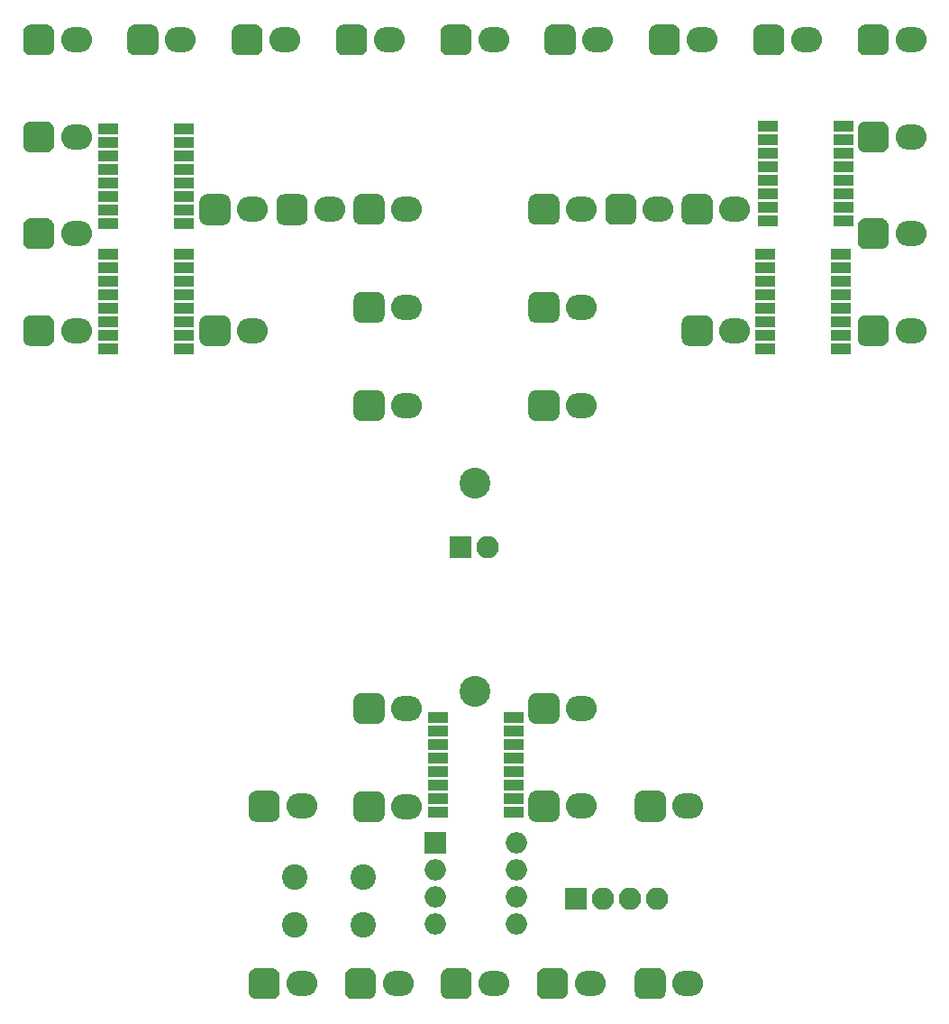
<source format=gbr>
G04 #@! TF.GenerationSoftware,KiCad,Pcbnew,(5.0.0)*
G04 #@! TF.CreationDate,2019-01-20T21:42:16-05:00*
G04 #@! TF.ProjectId,MiniTempleT,4D696E6954656D706C65542E6B696361,rev?*
G04 #@! TF.SameCoordinates,Original*
G04 #@! TF.FileFunction,Soldermask,Top*
G04 #@! TF.FilePolarity,Negative*
%FSLAX46Y46*%
G04 Gerber Fmt 4.6, Leading zero omitted, Abs format (unit mm)*
G04 Created by KiCad (PCBNEW (5.0.0)) date 01/20/19 21:42:16*
%MOMM*%
%LPD*%
G01*
G04 APERTURE LIST*
%ADD10R,2.000000X2.000000*%
%ADD11O,2.000000X2.000000*%
%ADD12C,2.400000*%
%ADD13C,2.900000*%
%ADD14R,2.100000X2.100000*%
%ADD15O,2.100000X2.100000*%
%ADD16C,0.100000*%
%ADD17O,2.900000X2.400000*%
%ADD18R,1.900000X1.000000*%
G04 APERTURE END LIST*
D10*
G04 #@! TO.C,Tiny85*
X167450000Y-133368000D03*
D11*
X175070000Y-140988000D03*
X167450000Y-135908000D03*
X175070000Y-138448000D03*
X167450000Y-138448000D03*
X175070000Y-135908000D03*
X167450000Y-140988000D03*
X175070000Y-133368000D03*
G04 #@! TD*
D12*
G04 #@! TO.C,BTN1*
X154215000Y-141040000D03*
X154215000Y-136540000D03*
X160715000Y-141040000D03*
X160715000Y-136540000D03*
G04 #@! TD*
D13*
G04 #@! TO.C,Battery1*
X171196000Y-99569000D03*
X171196000Y-119069000D03*
G04 #@! TD*
D14*
G04 #@! TO.C,Power1*
X169799000Y-105537000D03*
D15*
X172339000Y-105537000D03*
G04 #@! TD*
D16*
G04 #@! TO.C,D1*
G36*
X130979062Y-83770491D02*
X131049440Y-83780931D01*
X131118456Y-83798218D01*
X131185445Y-83822187D01*
X131249763Y-83852607D01*
X131310788Y-83889185D01*
X131367935Y-83931567D01*
X131420652Y-83979348D01*
X131468433Y-84032065D01*
X131510815Y-84089212D01*
X131547393Y-84150237D01*
X131577813Y-84214555D01*
X131601782Y-84281544D01*
X131619069Y-84350560D01*
X131629509Y-84420938D01*
X131633000Y-84492000D01*
X131633000Y-85942000D01*
X131629509Y-86013062D01*
X131619069Y-86083440D01*
X131601782Y-86152456D01*
X131577813Y-86219445D01*
X131547393Y-86283763D01*
X131510815Y-86344788D01*
X131468433Y-86401935D01*
X131420652Y-86454652D01*
X131367935Y-86502433D01*
X131310788Y-86544815D01*
X131249763Y-86581393D01*
X131185445Y-86611813D01*
X131118456Y-86635782D01*
X131049440Y-86653069D01*
X130979062Y-86663509D01*
X130908000Y-86667000D01*
X129458000Y-86667000D01*
X129386938Y-86663509D01*
X129316560Y-86653069D01*
X129247544Y-86635782D01*
X129180555Y-86611813D01*
X129116237Y-86581393D01*
X129055212Y-86544815D01*
X128998065Y-86502433D01*
X128945348Y-86454652D01*
X128897567Y-86401935D01*
X128855185Y-86344788D01*
X128818607Y-86283763D01*
X128788187Y-86219445D01*
X128764218Y-86152456D01*
X128746931Y-86083440D01*
X128736491Y-86013062D01*
X128733000Y-85942000D01*
X128733000Y-84492000D01*
X128736491Y-84420938D01*
X128746931Y-84350560D01*
X128764218Y-84281544D01*
X128788187Y-84214555D01*
X128818607Y-84150237D01*
X128855185Y-84089212D01*
X128897567Y-84032065D01*
X128945348Y-83979348D01*
X128998065Y-83931567D01*
X129055212Y-83889185D01*
X129116237Y-83852607D01*
X129180555Y-83822187D01*
X129247544Y-83798218D01*
X129316560Y-83780931D01*
X129386938Y-83770491D01*
X129458000Y-83767000D01*
X130908000Y-83767000D01*
X130979062Y-83770491D01*
X130979062Y-83770491D01*
G37*
D13*
X130183000Y-85217000D03*
D17*
X133723000Y-85217000D03*
G04 #@! TD*
G04 #@! TO.C,D2*
X133723000Y-76117000D03*
D16*
G36*
X130979062Y-74670491D02*
X131049440Y-74680931D01*
X131118456Y-74698218D01*
X131185445Y-74722187D01*
X131249763Y-74752607D01*
X131310788Y-74789185D01*
X131367935Y-74831567D01*
X131420652Y-74879348D01*
X131468433Y-74932065D01*
X131510815Y-74989212D01*
X131547393Y-75050237D01*
X131577813Y-75114555D01*
X131601782Y-75181544D01*
X131619069Y-75250560D01*
X131629509Y-75320938D01*
X131633000Y-75392000D01*
X131633000Y-76842000D01*
X131629509Y-76913062D01*
X131619069Y-76983440D01*
X131601782Y-77052456D01*
X131577813Y-77119445D01*
X131547393Y-77183763D01*
X131510815Y-77244788D01*
X131468433Y-77301935D01*
X131420652Y-77354652D01*
X131367935Y-77402433D01*
X131310788Y-77444815D01*
X131249763Y-77481393D01*
X131185445Y-77511813D01*
X131118456Y-77535782D01*
X131049440Y-77553069D01*
X130979062Y-77563509D01*
X130908000Y-77567000D01*
X129458000Y-77567000D01*
X129386938Y-77563509D01*
X129316560Y-77553069D01*
X129247544Y-77535782D01*
X129180555Y-77511813D01*
X129116237Y-77481393D01*
X129055212Y-77444815D01*
X128998065Y-77402433D01*
X128945348Y-77354652D01*
X128897567Y-77301935D01*
X128855185Y-77244788D01*
X128818607Y-77183763D01*
X128788187Y-77119445D01*
X128764218Y-77052456D01*
X128746931Y-76983440D01*
X128736491Y-76913062D01*
X128733000Y-76842000D01*
X128733000Y-75392000D01*
X128736491Y-75320938D01*
X128746931Y-75250560D01*
X128764218Y-75181544D01*
X128788187Y-75114555D01*
X128818607Y-75050237D01*
X128855185Y-74989212D01*
X128897567Y-74932065D01*
X128945348Y-74879348D01*
X128998065Y-74831567D01*
X129055212Y-74789185D01*
X129116237Y-74752607D01*
X129180555Y-74722187D01*
X129247544Y-74698218D01*
X129316560Y-74680931D01*
X129386938Y-74670491D01*
X129458000Y-74667000D01*
X130908000Y-74667000D01*
X130979062Y-74670491D01*
X130979062Y-74670491D01*
G37*
D13*
X130183000Y-76117000D03*
G04 #@! TD*
D17*
G04 #@! TO.C,D3*
X133723000Y-67017000D03*
D16*
G36*
X130979062Y-65570491D02*
X131049440Y-65580931D01*
X131118456Y-65598218D01*
X131185445Y-65622187D01*
X131249763Y-65652607D01*
X131310788Y-65689185D01*
X131367935Y-65731567D01*
X131420652Y-65779348D01*
X131468433Y-65832065D01*
X131510815Y-65889212D01*
X131547393Y-65950237D01*
X131577813Y-66014555D01*
X131601782Y-66081544D01*
X131619069Y-66150560D01*
X131629509Y-66220938D01*
X131633000Y-66292000D01*
X131633000Y-67742000D01*
X131629509Y-67813062D01*
X131619069Y-67883440D01*
X131601782Y-67952456D01*
X131577813Y-68019445D01*
X131547393Y-68083763D01*
X131510815Y-68144788D01*
X131468433Y-68201935D01*
X131420652Y-68254652D01*
X131367935Y-68302433D01*
X131310788Y-68344815D01*
X131249763Y-68381393D01*
X131185445Y-68411813D01*
X131118456Y-68435782D01*
X131049440Y-68453069D01*
X130979062Y-68463509D01*
X130908000Y-68467000D01*
X129458000Y-68467000D01*
X129386938Y-68463509D01*
X129316560Y-68453069D01*
X129247544Y-68435782D01*
X129180555Y-68411813D01*
X129116237Y-68381393D01*
X129055212Y-68344815D01*
X128998065Y-68302433D01*
X128945348Y-68254652D01*
X128897567Y-68201935D01*
X128855185Y-68144788D01*
X128818607Y-68083763D01*
X128788187Y-68019445D01*
X128764218Y-67952456D01*
X128746931Y-67883440D01*
X128736491Y-67813062D01*
X128733000Y-67742000D01*
X128733000Y-66292000D01*
X128736491Y-66220938D01*
X128746931Y-66150560D01*
X128764218Y-66081544D01*
X128788187Y-66014555D01*
X128818607Y-65950237D01*
X128855185Y-65889212D01*
X128897567Y-65832065D01*
X128945348Y-65779348D01*
X128998065Y-65731567D01*
X129055212Y-65689185D01*
X129116237Y-65652607D01*
X129180555Y-65622187D01*
X129247544Y-65598218D01*
X129316560Y-65580931D01*
X129386938Y-65570491D01*
X129458000Y-65567000D01*
X130908000Y-65567000D01*
X130979062Y-65570491D01*
X130979062Y-65570491D01*
G37*
D13*
X130183000Y-67017000D03*
G04 #@! TD*
D17*
G04 #@! TO.C,D4*
X133723000Y-57917000D03*
D16*
G36*
X130979062Y-56470491D02*
X131049440Y-56480931D01*
X131118456Y-56498218D01*
X131185445Y-56522187D01*
X131249763Y-56552607D01*
X131310788Y-56589185D01*
X131367935Y-56631567D01*
X131420652Y-56679348D01*
X131468433Y-56732065D01*
X131510815Y-56789212D01*
X131547393Y-56850237D01*
X131577813Y-56914555D01*
X131601782Y-56981544D01*
X131619069Y-57050560D01*
X131629509Y-57120938D01*
X131633000Y-57192000D01*
X131633000Y-58642000D01*
X131629509Y-58713062D01*
X131619069Y-58783440D01*
X131601782Y-58852456D01*
X131577813Y-58919445D01*
X131547393Y-58983763D01*
X131510815Y-59044788D01*
X131468433Y-59101935D01*
X131420652Y-59154652D01*
X131367935Y-59202433D01*
X131310788Y-59244815D01*
X131249763Y-59281393D01*
X131185445Y-59311813D01*
X131118456Y-59335782D01*
X131049440Y-59353069D01*
X130979062Y-59363509D01*
X130908000Y-59367000D01*
X129458000Y-59367000D01*
X129386938Y-59363509D01*
X129316560Y-59353069D01*
X129247544Y-59335782D01*
X129180555Y-59311813D01*
X129116237Y-59281393D01*
X129055212Y-59244815D01*
X128998065Y-59202433D01*
X128945348Y-59154652D01*
X128897567Y-59101935D01*
X128855185Y-59044788D01*
X128818607Y-58983763D01*
X128788187Y-58919445D01*
X128764218Y-58852456D01*
X128746931Y-58783440D01*
X128736491Y-58713062D01*
X128733000Y-58642000D01*
X128733000Y-57192000D01*
X128736491Y-57120938D01*
X128746931Y-57050560D01*
X128764218Y-56981544D01*
X128788187Y-56914555D01*
X128818607Y-56850237D01*
X128855185Y-56789212D01*
X128897567Y-56732065D01*
X128945348Y-56679348D01*
X128998065Y-56631567D01*
X129055212Y-56589185D01*
X129116237Y-56552607D01*
X129180555Y-56522187D01*
X129247544Y-56498218D01*
X129316560Y-56480931D01*
X129386938Y-56470491D01*
X129458000Y-56467000D01*
X130908000Y-56467000D01*
X130979062Y-56470491D01*
X130979062Y-56470491D01*
G37*
D13*
X130183000Y-57917000D03*
G04 #@! TD*
D16*
G04 #@! TO.C,D5*
G36*
X140779062Y-56470491D02*
X140849440Y-56480931D01*
X140918456Y-56498218D01*
X140985445Y-56522187D01*
X141049763Y-56552607D01*
X141110788Y-56589185D01*
X141167935Y-56631567D01*
X141220652Y-56679348D01*
X141268433Y-56732065D01*
X141310815Y-56789212D01*
X141347393Y-56850237D01*
X141377813Y-56914555D01*
X141401782Y-56981544D01*
X141419069Y-57050560D01*
X141429509Y-57120938D01*
X141433000Y-57192000D01*
X141433000Y-58642000D01*
X141429509Y-58713062D01*
X141419069Y-58783440D01*
X141401782Y-58852456D01*
X141377813Y-58919445D01*
X141347393Y-58983763D01*
X141310815Y-59044788D01*
X141268433Y-59101935D01*
X141220652Y-59154652D01*
X141167935Y-59202433D01*
X141110788Y-59244815D01*
X141049763Y-59281393D01*
X140985445Y-59311813D01*
X140918456Y-59335782D01*
X140849440Y-59353069D01*
X140779062Y-59363509D01*
X140708000Y-59367000D01*
X139258000Y-59367000D01*
X139186938Y-59363509D01*
X139116560Y-59353069D01*
X139047544Y-59335782D01*
X138980555Y-59311813D01*
X138916237Y-59281393D01*
X138855212Y-59244815D01*
X138798065Y-59202433D01*
X138745348Y-59154652D01*
X138697567Y-59101935D01*
X138655185Y-59044788D01*
X138618607Y-58983763D01*
X138588187Y-58919445D01*
X138564218Y-58852456D01*
X138546931Y-58783440D01*
X138536491Y-58713062D01*
X138533000Y-58642000D01*
X138533000Y-57192000D01*
X138536491Y-57120938D01*
X138546931Y-57050560D01*
X138564218Y-56981544D01*
X138588187Y-56914555D01*
X138618607Y-56850237D01*
X138655185Y-56789212D01*
X138697567Y-56732065D01*
X138745348Y-56679348D01*
X138798065Y-56631567D01*
X138855212Y-56589185D01*
X138916237Y-56552607D01*
X138980555Y-56522187D01*
X139047544Y-56498218D01*
X139116560Y-56480931D01*
X139186938Y-56470491D01*
X139258000Y-56467000D01*
X140708000Y-56467000D01*
X140779062Y-56470491D01*
X140779062Y-56470491D01*
G37*
D13*
X139983000Y-57917000D03*
D17*
X143523000Y-57917000D03*
G04 #@! TD*
G04 #@! TO.C,D6*
X153323000Y-57917000D03*
D16*
G36*
X150579062Y-56470491D02*
X150649440Y-56480931D01*
X150718456Y-56498218D01*
X150785445Y-56522187D01*
X150849763Y-56552607D01*
X150910788Y-56589185D01*
X150967935Y-56631567D01*
X151020652Y-56679348D01*
X151068433Y-56732065D01*
X151110815Y-56789212D01*
X151147393Y-56850237D01*
X151177813Y-56914555D01*
X151201782Y-56981544D01*
X151219069Y-57050560D01*
X151229509Y-57120938D01*
X151233000Y-57192000D01*
X151233000Y-58642000D01*
X151229509Y-58713062D01*
X151219069Y-58783440D01*
X151201782Y-58852456D01*
X151177813Y-58919445D01*
X151147393Y-58983763D01*
X151110815Y-59044788D01*
X151068433Y-59101935D01*
X151020652Y-59154652D01*
X150967935Y-59202433D01*
X150910788Y-59244815D01*
X150849763Y-59281393D01*
X150785445Y-59311813D01*
X150718456Y-59335782D01*
X150649440Y-59353069D01*
X150579062Y-59363509D01*
X150508000Y-59367000D01*
X149058000Y-59367000D01*
X148986938Y-59363509D01*
X148916560Y-59353069D01*
X148847544Y-59335782D01*
X148780555Y-59311813D01*
X148716237Y-59281393D01*
X148655212Y-59244815D01*
X148598065Y-59202433D01*
X148545348Y-59154652D01*
X148497567Y-59101935D01*
X148455185Y-59044788D01*
X148418607Y-58983763D01*
X148388187Y-58919445D01*
X148364218Y-58852456D01*
X148346931Y-58783440D01*
X148336491Y-58713062D01*
X148333000Y-58642000D01*
X148333000Y-57192000D01*
X148336491Y-57120938D01*
X148346931Y-57050560D01*
X148364218Y-56981544D01*
X148388187Y-56914555D01*
X148418607Y-56850237D01*
X148455185Y-56789212D01*
X148497567Y-56732065D01*
X148545348Y-56679348D01*
X148598065Y-56631567D01*
X148655212Y-56589185D01*
X148716237Y-56552607D01*
X148780555Y-56522187D01*
X148847544Y-56498218D01*
X148916560Y-56480931D01*
X148986938Y-56470491D01*
X149058000Y-56467000D01*
X150508000Y-56467000D01*
X150579062Y-56470491D01*
X150579062Y-56470491D01*
G37*
D13*
X149783000Y-57917000D03*
G04 #@! TD*
D16*
G04 #@! TO.C,D7*
G36*
X160379062Y-56470491D02*
X160449440Y-56480931D01*
X160518456Y-56498218D01*
X160585445Y-56522187D01*
X160649763Y-56552607D01*
X160710788Y-56589185D01*
X160767935Y-56631567D01*
X160820652Y-56679348D01*
X160868433Y-56732065D01*
X160910815Y-56789212D01*
X160947393Y-56850237D01*
X160977813Y-56914555D01*
X161001782Y-56981544D01*
X161019069Y-57050560D01*
X161029509Y-57120938D01*
X161033000Y-57192000D01*
X161033000Y-58642000D01*
X161029509Y-58713062D01*
X161019069Y-58783440D01*
X161001782Y-58852456D01*
X160977813Y-58919445D01*
X160947393Y-58983763D01*
X160910815Y-59044788D01*
X160868433Y-59101935D01*
X160820652Y-59154652D01*
X160767935Y-59202433D01*
X160710788Y-59244815D01*
X160649763Y-59281393D01*
X160585445Y-59311813D01*
X160518456Y-59335782D01*
X160449440Y-59353069D01*
X160379062Y-59363509D01*
X160308000Y-59367000D01*
X158858000Y-59367000D01*
X158786938Y-59363509D01*
X158716560Y-59353069D01*
X158647544Y-59335782D01*
X158580555Y-59311813D01*
X158516237Y-59281393D01*
X158455212Y-59244815D01*
X158398065Y-59202433D01*
X158345348Y-59154652D01*
X158297567Y-59101935D01*
X158255185Y-59044788D01*
X158218607Y-58983763D01*
X158188187Y-58919445D01*
X158164218Y-58852456D01*
X158146931Y-58783440D01*
X158136491Y-58713062D01*
X158133000Y-58642000D01*
X158133000Y-57192000D01*
X158136491Y-57120938D01*
X158146931Y-57050560D01*
X158164218Y-56981544D01*
X158188187Y-56914555D01*
X158218607Y-56850237D01*
X158255185Y-56789212D01*
X158297567Y-56732065D01*
X158345348Y-56679348D01*
X158398065Y-56631567D01*
X158455212Y-56589185D01*
X158516237Y-56552607D01*
X158580555Y-56522187D01*
X158647544Y-56498218D01*
X158716560Y-56480931D01*
X158786938Y-56470491D01*
X158858000Y-56467000D01*
X160308000Y-56467000D01*
X160379062Y-56470491D01*
X160379062Y-56470491D01*
G37*
D13*
X159583000Y-57917000D03*
D17*
X163123000Y-57917000D03*
G04 #@! TD*
D16*
G04 #@! TO.C,D8*
G36*
X170179062Y-56470491D02*
X170249440Y-56480931D01*
X170318456Y-56498218D01*
X170385445Y-56522187D01*
X170449763Y-56552607D01*
X170510788Y-56589185D01*
X170567935Y-56631567D01*
X170620652Y-56679348D01*
X170668433Y-56732065D01*
X170710815Y-56789212D01*
X170747393Y-56850237D01*
X170777813Y-56914555D01*
X170801782Y-56981544D01*
X170819069Y-57050560D01*
X170829509Y-57120938D01*
X170833000Y-57192000D01*
X170833000Y-58642000D01*
X170829509Y-58713062D01*
X170819069Y-58783440D01*
X170801782Y-58852456D01*
X170777813Y-58919445D01*
X170747393Y-58983763D01*
X170710815Y-59044788D01*
X170668433Y-59101935D01*
X170620652Y-59154652D01*
X170567935Y-59202433D01*
X170510788Y-59244815D01*
X170449763Y-59281393D01*
X170385445Y-59311813D01*
X170318456Y-59335782D01*
X170249440Y-59353069D01*
X170179062Y-59363509D01*
X170108000Y-59367000D01*
X168658000Y-59367000D01*
X168586938Y-59363509D01*
X168516560Y-59353069D01*
X168447544Y-59335782D01*
X168380555Y-59311813D01*
X168316237Y-59281393D01*
X168255212Y-59244815D01*
X168198065Y-59202433D01*
X168145348Y-59154652D01*
X168097567Y-59101935D01*
X168055185Y-59044788D01*
X168018607Y-58983763D01*
X167988187Y-58919445D01*
X167964218Y-58852456D01*
X167946931Y-58783440D01*
X167936491Y-58713062D01*
X167933000Y-58642000D01*
X167933000Y-57192000D01*
X167936491Y-57120938D01*
X167946931Y-57050560D01*
X167964218Y-56981544D01*
X167988187Y-56914555D01*
X168018607Y-56850237D01*
X168055185Y-56789212D01*
X168097567Y-56732065D01*
X168145348Y-56679348D01*
X168198065Y-56631567D01*
X168255212Y-56589185D01*
X168316237Y-56552607D01*
X168380555Y-56522187D01*
X168447544Y-56498218D01*
X168516560Y-56480931D01*
X168586938Y-56470491D01*
X168658000Y-56467000D01*
X170108000Y-56467000D01*
X170179062Y-56470491D01*
X170179062Y-56470491D01*
G37*
D13*
X169383000Y-57917000D03*
D17*
X172923000Y-57917000D03*
G04 #@! TD*
G04 #@! TO.C,D9*
X182723000Y-57917000D03*
D16*
G36*
X179979062Y-56470491D02*
X180049440Y-56480931D01*
X180118456Y-56498218D01*
X180185445Y-56522187D01*
X180249763Y-56552607D01*
X180310788Y-56589185D01*
X180367935Y-56631567D01*
X180420652Y-56679348D01*
X180468433Y-56732065D01*
X180510815Y-56789212D01*
X180547393Y-56850237D01*
X180577813Y-56914555D01*
X180601782Y-56981544D01*
X180619069Y-57050560D01*
X180629509Y-57120938D01*
X180633000Y-57192000D01*
X180633000Y-58642000D01*
X180629509Y-58713062D01*
X180619069Y-58783440D01*
X180601782Y-58852456D01*
X180577813Y-58919445D01*
X180547393Y-58983763D01*
X180510815Y-59044788D01*
X180468433Y-59101935D01*
X180420652Y-59154652D01*
X180367935Y-59202433D01*
X180310788Y-59244815D01*
X180249763Y-59281393D01*
X180185445Y-59311813D01*
X180118456Y-59335782D01*
X180049440Y-59353069D01*
X179979062Y-59363509D01*
X179908000Y-59367000D01*
X178458000Y-59367000D01*
X178386938Y-59363509D01*
X178316560Y-59353069D01*
X178247544Y-59335782D01*
X178180555Y-59311813D01*
X178116237Y-59281393D01*
X178055212Y-59244815D01*
X177998065Y-59202433D01*
X177945348Y-59154652D01*
X177897567Y-59101935D01*
X177855185Y-59044788D01*
X177818607Y-58983763D01*
X177788187Y-58919445D01*
X177764218Y-58852456D01*
X177746931Y-58783440D01*
X177736491Y-58713062D01*
X177733000Y-58642000D01*
X177733000Y-57192000D01*
X177736491Y-57120938D01*
X177746931Y-57050560D01*
X177764218Y-56981544D01*
X177788187Y-56914555D01*
X177818607Y-56850237D01*
X177855185Y-56789212D01*
X177897567Y-56732065D01*
X177945348Y-56679348D01*
X177998065Y-56631567D01*
X178055212Y-56589185D01*
X178116237Y-56552607D01*
X178180555Y-56522187D01*
X178247544Y-56498218D01*
X178316560Y-56480931D01*
X178386938Y-56470491D01*
X178458000Y-56467000D01*
X179908000Y-56467000D01*
X179979062Y-56470491D01*
X179979062Y-56470491D01*
G37*
D13*
X179183000Y-57917000D03*
G04 #@! TD*
D17*
G04 #@! TO.C,D10*
X192523000Y-57917000D03*
D16*
G36*
X189779062Y-56470491D02*
X189849440Y-56480931D01*
X189918456Y-56498218D01*
X189985445Y-56522187D01*
X190049763Y-56552607D01*
X190110788Y-56589185D01*
X190167935Y-56631567D01*
X190220652Y-56679348D01*
X190268433Y-56732065D01*
X190310815Y-56789212D01*
X190347393Y-56850237D01*
X190377813Y-56914555D01*
X190401782Y-56981544D01*
X190419069Y-57050560D01*
X190429509Y-57120938D01*
X190433000Y-57192000D01*
X190433000Y-58642000D01*
X190429509Y-58713062D01*
X190419069Y-58783440D01*
X190401782Y-58852456D01*
X190377813Y-58919445D01*
X190347393Y-58983763D01*
X190310815Y-59044788D01*
X190268433Y-59101935D01*
X190220652Y-59154652D01*
X190167935Y-59202433D01*
X190110788Y-59244815D01*
X190049763Y-59281393D01*
X189985445Y-59311813D01*
X189918456Y-59335782D01*
X189849440Y-59353069D01*
X189779062Y-59363509D01*
X189708000Y-59367000D01*
X188258000Y-59367000D01*
X188186938Y-59363509D01*
X188116560Y-59353069D01*
X188047544Y-59335782D01*
X187980555Y-59311813D01*
X187916237Y-59281393D01*
X187855212Y-59244815D01*
X187798065Y-59202433D01*
X187745348Y-59154652D01*
X187697567Y-59101935D01*
X187655185Y-59044788D01*
X187618607Y-58983763D01*
X187588187Y-58919445D01*
X187564218Y-58852456D01*
X187546931Y-58783440D01*
X187536491Y-58713062D01*
X187533000Y-58642000D01*
X187533000Y-57192000D01*
X187536491Y-57120938D01*
X187546931Y-57050560D01*
X187564218Y-56981544D01*
X187588187Y-56914555D01*
X187618607Y-56850237D01*
X187655185Y-56789212D01*
X187697567Y-56732065D01*
X187745348Y-56679348D01*
X187798065Y-56631567D01*
X187855212Y-56589185D01*
X187916237Y-56552607D01*
X187980555Y-56522187D01*
X188047544Y-56498218D01*
X188116560Y-56480931D01*
X188186938Y-56470491D01*
X188258000Y-56467000D01*
X189708000Y-56467000D01*
X189779062Y-56470491D01*
X189779062Y-56470491D01*
G37*
D13*
X188983000Y-57917000D03*
G04 #@! TD*
D16*
G04 #@! TO.C,D11*
G36*
X199579062Y-56470491D02*
X199649440Y-56480931D01*
X199718456Y-56498218D01*
X199785445Y-56522187D01*
X199849763Y-56552607D01*
X199910788Y-56589185D01*
X199967935Y-56631567D01*
X200020652Y-56679348D01*
X200068433Y-56732065D01*
X200110815Y-56789212D01*
X200147393Y-56850237D01*
X200177813Y-56914555D01*
X200201782Y-56981544D01*
X200219069Y-57050560D01*
X200229509Y-57120938D01*
X200233000Y-57192000D01*
X200233000Y-58642000D01*
X200229509Y-58713062D01*
X200219069Y-58783440D01*
X200201782Y-58852456D01*
X200177813Y-58919445D01*
X200147393Y-58983763D01*
X200110815Y-59044788D01*
X200068433Y-59101935D01*
X200020652Y-59154652D01*
X199967935Y-59202433D01*
X199910788Y-59244815D01*
X199849763Y-59281393D01*
X199785445Y-59311813D01*
X199718456Y-59335782D01*
X199649440Y-59353069D01*
X199579062Y-59363509D01*
X199508000Y-59367000D01*
X198058000Y-59367000D01*
X197986938Y-59363509D01*
X197916560Y-59353069D01*
X197847544Y-59335782D01*
X197780555Y-59311813D01*
X197716237Y-59281393D01*
X197655212Y-59244815D01*
X197598065Y-59202433D01*
X197545348Y-59154652D01*
X197497567Y-59101935D01*
X197455185Y-59044788D01*
X197418607Y-58983763D01*
X197388187Y-58919445D01*
X197364218Y-58852456D01*
X197346931Y-58783440D01*
X197336491Y-58713062D01*
X197333000Y-58642000D01*
X197333000Y-57192000D01*
X197336491Y-57120938D01*
X197346931Y-57050560D01*
X197364218Y-56981544D01*
X197388187Y-56914555D01*
X197418607Y-56850237D01*
X197455185Y-56789212D01*
X197497567Y-56732065D01*
X197545348Y-56679348D01*
X197598065Y-56631567D01*
X197655212Y-56589185D01*
X197716237Y-56552607D01*
X197780555Y-56522187D01*
X197847544Y-56498218D01*
X197916560Y-56480931D01*
X197986938Y-56470491D01*
X198058000Y-56467000D01*
X199508000Y-56467000D01*
X199579062Y-56470491D01*
X199579062Y-56470491D01*
G37*
D13*
X198783000Y-57917000D03*
D17*
X202323000Y-57917000D03*
G04 #@! TD*
G04 #@! TO.C,D12*
X212123000Y-57917000D03*
D16*
G36*
X209379062Y-56470491D02*
X209449440Y-56480931D01*
X209518456Y-56498218D01*
X209585445Y-56522187D01*
X209649763Y-56552607D01*
X209710788Y-56589185D01*
X209767935Y-56631567D01*
X209820652Y-56679348D01*
X209868433Y-56732065D01*
X209910815Y-56789212D01*
X209947393Y-56850237D01*
X209977813Y-56914555D01*
X210001782Y-56981544D01*
X210019069Y-57050560D01*
X210029509Y-57120938D01*
X210033000Y-57192000D01*
X210033000Y-58642000D01*
X210029509Y-58713062D01*
X210019069Y-58783440D01*
X210001782Y-58852456D01*
X209977813Y-58919445D01*
X209947393Y-58983763D01*
X209910815Y-59044788D01*
X209868433Y-59101935D01*
X209820652Y-59154652D01*
X209767935Y-59202433D01*
X209710788Y-59244815D01*
X209649763Y-59281393D01*
X209585445Y-59311813D01*
X209518456Y-59335782D01*
X209449440Y-59353069D01*
X209379062Y-59363509D01*
X209308000Y-59367000D01*
X207858000Y-59367000D01*
X207786938Y-59363509D01*
X207716560Y-59353069D01*
X207647544Y-59335782D01*
X207580555Y-59311813D01*
X207516237Y-59281393D01*
X207455212Y-59244815D01*
X207398065Y-59202433D01*
X207345348Y-59154652D01*
X207297567Y-59101935D01*
X207255185Y-59044788D01*
X207218607Y-58983763D01*
X207188187Y-58919445D01*
X207164218Y-58852456D01*
X207146931Y-58783440D01*
X207136491Y-58713062D01*
X207133000Y-58642000D01*
X207133000Y-57192000D01*
X207136491Y-57120938D01*
X207146931Y-57050560D01*
X207164218Y-56981544D01*
X207188187Y-56914555D01*
X207218607Y-56850237D01*
X207255185Y-56789212D01*
X207297567Y-56732065D01*
X207345348Y-56679348D01*
X207398065Y-56631567D01*
X207455212Y-56589185D01*
X207516237Y-56552607D01*
X207580555Y-56522187D01*
X207647544Y-56498218D01*
X207716560Y-56480931D01*
X207786938Y-56470491D01*
X207858000Y-56467000D01*
X209308000Y-56467000D01*
X209379062Y-56470491D01*
X209379062Y-56470491D01*
G37*
D13*
X208583000Y-57917000D03*
G04 #@! TD*
D16*
G04 #@! TO.C,D13*
G36*
X209379062Y-65570491D02*
X209449440Y-65580931D01*
X209518456Y-65598218D01*
X209585445Y-65622187D01*
X209649763Y-65652607D01*
X209710788Y-65689185D01*
X209767935Y-65731567D01*
X209820652Y-65779348D01*
X209868433Y-65832065D01*
X209910815Y-65889212D01*
X209947393Y-65950237D01*
X209977813Y-66014555D01*
X210001782Y-66081544D01*
X210019069Y-66150560D01*
X210029509Y-66220938D01*
X210033000Y-66292000D01*
X210033000Y-67742000D01*
X210029509Y-67813062D01*
X210019069Y-67883440D01*
X210001782Y-67952456D01*
X209977813Y-68019445D01*
X209947393Y-68083763D01*
X209910815Y-68144788D01*
X209868433Y-68201935D01*
X209820652Y-68254652D01*
X209767935Y-68302433D01*
X209710788Y-68344815D01*
X209649763Y-68381393D01*
X209585445Y-68411813D01*
X209518456Y-68435782D01*
X209449440Y-68453069D01*
X209379062Y-68463509D01*
X209308000Y-68467000D01*
X207858000Y-68467000D01*
X207786938Y-68463509D01*
X207716560Y-68453069D01*
X207647544Y-68435782D01*
X207580555Y-68411813D01*
X207516237Y-68381393D01*
X207455212Y-68344815D01*
X207398065Y-68302433D01*
X207345348Y-68254652D01*
X207297567Y-68201935D01*
X207255185Y-68144788D01*
X207218607Y-68083763D01*
X207188187Y-68019445D01*
X207164218Y-67952456D01*
X207146931Y-67883440D01*
X207136491Y-67813062D01*
X207133000Y-67742000D01*
X207133000Y-66292000D01*
X207136491Y-66220938D01*
X207146931Y-66150560D01*
X207164218Y-66081544D01*
X207188187Y-66014555D01*
X207218607Y-65950237D01*
X207255185Y-65889212D01*
X207297567Y-65832065D01*
X207345348Y-65779348D01*
X207398065Y-65731567D01*
X207455212Y-65689185D01*
X207516237Y-65652607D01*
X207580555Y-65622187D01*
X207647544Y-65598218D01*
X207716560Y-65580931D01*
X207786938Y-65570491D01*
X207858000Y-65567000D01*
X209308000Y-65567000D01*
X209379062Y-65570491D01*
X209379062Y-65570491D01*
G37*
D13*
X208583000Y-67017000D03*
D17*
X212123000Y-67017000D03*
G04 #@! TD*
G04 #@! TO.C,D14*
X212123000Y-76117000D03*
D16*
G36*
X209379062Y-74670491D02*
X209449440Y-74680931D01*
X209518456Y-74698218D01*
X209585445Y-74722187D01*
X209649763Y-74752607D01*
X209710788Y-74789185D01*
X209767935Y-74831567D01*
X209820652Y-74879348D01*
X209868433Y-74932065D01*
X209910815Y-74989212D01*
X209947393Y-75050237D01*
X209977813Y-75114555D01*
X210001782Y-75181544D01*
X210019069Y-75250560D01*
X210029509Y-75320938D01*
X210033000Y-75392000D01*
X210033000Y-76842000D01*
X210029509Y-76913062D01*
X210019069Y-76983440D01*
X210001782Y-77052456D01*
X209977813Y-77119445D01*
X209947393Y-77183763D01*
X209910815Y-77244788D01*
X209868433Y-77301935D01*
X209820652Y-77354652D01*
X209767935Y-77402433D01*
X209710788Y-77444815D01*
X209649763Y-77481393D01*
X209585445Y-77511813D01*
X209518456Y-77535782D01*
X209449440Y-77553069D01*
X209379062Y-77563509D01*
X209308000Y-77567000D01*
X207858000Y-77567000D01*
X207786938Y-77563509D01*
X207716560Y-77553069D01*
X207647544Y-77535782D01*
X207580555Y-77511813D01*
X207516237Y-77481393D01*
X207455212Y-77444815D01*
X207398065Y-77402433D01*
X207345348Y-77354652D01*
X207297567Y-77301935D01*
X207255185Y-77244788D01*
X207218607Y-77183763D01*
X207188187Y-77119445D01*
X207164218Y-77052456D01*
X207146931Y-76983440D01*
X207136491Y-76913062D01*
X207133000Y-76842000D01*
X207133000Y-75392000D01*
X207136491Y-75320938D01*
X207146931Y-75250560D01*
X207164218Y-75181544D01*
X207188187Y-75114555D01*
X207218607Y-75050237D01*
X207255185Y-74989212D01*
X207297567Y-74932065D01*
X207345348Y-74879348D01*
X207398065Y-74831567D01*
X207455212Y-74789185D01*
X207516237Y-74752607D01*
X207580555Y-74722187D01*
X207647544Y-74698218D01*
X207716560Y-74680931D01*
X207786938Y-74670491D01*
X207858000Y-74667000D01*
X209308000Y-74667000D01*
X209379062Y-74670491D01*
X209379062Y-74670491D01*
G37*
D13*
X208583000Y-76117000D03*
G04 #@! TD*
D16*
G04 #@! TO.C,D15*
G36*
X209379062Y-83770491D02*
X209449440Y-83780931D01*
X209518456Y-83798218D01*
X209585445Y-83822187D01*
X209649763Y-83852607D01*
X209710788Y-83889185D01*
X209767935Y-83931567D01*
X209820652Y-83979348D01*
X209868433Y-84032065D01*
X209910815Y-84089212D01*
X209947393Y-84150237D01*
X209977813Y-84214555D01*
X210001782Y-84281544D01*
X210019069Y-84350560D01*
X210029509Y-84420938D01*
X210033000Y-84492000D01*
X210033000Y-85942000D01*
X210029509Y-86013062D01*
X210019069Y-86083440D01*
X210001782Y-86152456D01*
X209977813Y-86219445D01*
X209947393Y-86283763D01*
X209910815Y-86344788D01*
X209868433Y-86401935D01*
X209820652Y-86454652D01*
X209767935Y-86502433D01*
X209710788Y-86544815D01*
X209649763Y-86581393D01*
X209585445Y-86611813D01*
X209518456Y-86635782D01*
X209449440Y-86653069D01*
X209379062Y-86663509D01*
X209308000Y-86667000D01*
X207858000Y-86667000D01*
X207786938Y-86663509D01*
X207716560Y-86653069D01*
X207647544Y-86635782D01*
X207580555Y-86611813D01*
X207516237Y-86581393D01*
X207455212Y-86544815D01*
X207398065Y-86502433D01*
X207345348Y-86454652D01*
X207297567Y-86401935D01*
X207255185Y-86344788D01*
X207218607Y-86283763D01*
X207188187Y-86219445D01*
X207164218Y-86152456D01*
X207146931Y-86083440D01*
X207136491Y-86013062D01*
X207133000Y-85942000D01*
X207133000Y-84492000D01*
X207136491Y-84420938D01*
X207146931Y-84350560D01*
X207164218Y-84281544D01*
X207188187Y-84214555D01*
X207218607Y-84150237D01*
X207255185Y-84089212D01*
X207297567Y-84032065D01*
X207345348Y-83979348D01*
X207398065Y-83931567D01*
X207455212Y-83889185D01*
X207516237Y-83852607D01*
X207580555Y-83822187D01*
X207647544Y-83798218D01*
X207716560Y-83780931D01*
X207786938Y-83770491D01*
X207858000Y-83767000D01*
X209308000Y-83767000D01*
X209379062Y-83770491D01*
X209379062Y-83770491D01*
G37*
D13*
X208583000Y-85217000D03*
D17*
X212123000Y-85217000D03*
G04 #@! TD*
G04 #@! TO.C,D16*
X195597000Y-85217000D03*
D16*
G36*
X192853062Y-83770491D02*
X192923440Y-83780931D01*
X192992456Y-83798218D01*
X193059445Y-83822187D01*
X193123763Y-83852607D01*
X193184788Y-83889185D01*
X193241935Y-83931567D01*
X193294652Y-83979348D01*
X193342433Y-84032065D01*
X193384815Y-84089212D01*
X193421393Y-84150237D01*
X193451813Y-84214555D01*
X193475782Y-84281544D01*
X193493069Y-84350560D01*
X193503509Y-84420938D01*
X193507000Y-84492000D01*
X193507000Y-85942000D01*
X193503509Y-86013062D01*
X193493069Y-86083440D01*
X193475782Y-86152456D01*
X193451813Y-86219445D01*
X193421393Y-86283763D01*
X193384815Y-86344788D01*
X193342433Y-86401935D01*
X193294652Y-86454652D01*
X193241935Y-86502433D01*
X193184788Y-86544815D01*
X193123763Y-86581393D01*
X193059445Y-86611813D01*
X192992456Y-86635782D01*
X192923440Y-86653069D01*
X192853062Y-86663509D01*
X192782000Y-86667000D01*
X191332000Y-86667000D01*
X191260938Y-86663509D01*
X191190560Y-86653069D01*
X191121544Y-86635782D01*
X191054555Y-86611813D01*
X190990237Y-86581393D01*
X190929212Y-86544815D01*
X190872065Y-86502433D01*
X190819348Y-86454652D01*
X190771567Y-86401935D01*
X190729185Y-86344788D01*
X190692607Y-86283763D01*
X190662187Y-86219445D01*
X190638218Y-86152456D01*
X190620931Y-86083440D01*
X190610491Y-86013062D01*
X190607000Y-85942000D01*
X190607000Y-84492000D01*
X190610491Y-84420938D01*
X190620931Y-84350560D01*
X190638218Y-84281544D01*
X190662187Y-84214555D01*
X190692607Y-84150237D01*
X190729185Y-84089212D01*
X190771567Y-84032065D01*
X190819348Y-83979348D01*
X190872065Y-83931567D01*
X190929212Y-83889185D01*
X190990237Y-83852607D01*
X191054555Y-83822187D01*
X191121544Y-83798218D01*
X191190560Y-83780931D01*
X191260938Y-83770491D01*
X191332000Y-83767000D01*
X192782000Y-83767000D01*
X192853062Y-83770491D01*
X192853062Y-83770491D01*
G37*
D13*
X192057000Y-85217000D03*
G04 #@! TD*
D17*
G04 #@! TO.C,D17*
X195597000Y-73837800D03*
D16*
G36*
X192853062Y-72391291D02*
X192923440Y-72401731D01*
X192992456Y-72419018D01*
X193059445Y-72442987D01*
X193123763Y-72473407D01*
X193184788Y-72509985D01*
X193241935Y-72552367D01*
X193294652Y-72600148D01*
X193342433Y-72652865D01*
X193384815Y-72710012D01*
X193421393Y-72771037D01*
X193451813Y-72835355D01*
X193475782Y-72902344D01*
X193493069Y-72971360D01*
X193503509Y-73041738D01*
X193507000Y-73112800D01*
X193507000Y-74562800D01*
X193503509Y-74633862D01*
X193493069Y-74704240D01*
X193475782Y-74773256D01*
X193451813Y-74840245D01*
X193421393Y-74904563D01*
X193384815Y-74965588D01*
X193342433Y-75022735D01*
X193294652Y-75075452D01*
X193241935Y-75123233D01*
X193184788Y-75165615D01*
X193123763Y-75202193D01*
X193059445Y-75232613D01*
X192992456Y-75256582D01*
X192923440Y-75273869D01*
X192853062Y-75284309D01*
X192782000Y-75287800D01*
X191332000Y-75287800D01*
X191260938Y-75284309D01*
X191190560Y-75273869D01*
X191121544Y-75256582D01*
X191054555Y-75232613D01*
X190990237Y-75202193D01*
X190929212Y-75165615D01*
X190872065Y-75123233D01*
X190819348Y-75075452D01*
X190771567Y-75022735D01*
X190729185Y-74965588D01*
X190692607Y-74904563D01*
X190662187Y-74840245D01*
X190638218Y-74773256D01*
X190620931Y-74704240D01*
X190610491Y-74633862D01*
X190607000Y-74562800D01*
X190607000Y-73112800D01*
X190610491Y-73041738D01*
X190620931Y-72971360D01*
X190638218Y-72902344D01*
X190662187Y-72835355D01*
X190692607Y-72771037D01*
X190729185Y-72710012D01*
X190771567Y-72652865D01*
X190819348Y-72600148D01*
X190872065Y-72552367D01*
X190929212Y-72509985D01*
X190990237Y-72473407D01*
X191054555Y-72442987D01*
X191121544Y-72419018D01*
X191190560Y-72401731D01*
X191260938Y-72391291D01*
X191332000Y-72387800D01*
X192782000Y-72387800D01*
X192853062Y-72391291D01*
X192853062Y-72391291D01*
G37*
D13*
X192057000Y-73837800D03*
G04 #@! TD*
D16*
G04 #@! TO.C,D18*
G36*
X185665062Y-72391291D02*
X185735440Y-72401731D01*
X185804456Y-72419018D01*
X185871445Y-72442987D01*
X185935763Y-72473407D01*
X185996788Y-72509985D01*
X186053935Y-72552367D01*
X186106652Y-72600148D01*
X186154433Y-72652865D01*
X186196815Y-72710012D01*
X186233393Y-72771037D01*
X186263813Y-72835355D01*
X186287782Y-72902344D01*
X186305069Y-72971360D01*
X186315509Y-73041738D01*
X186319000Y-73112800D01*
X186319000Y-74562800D01*
X186315509Y-74633862D01*
X186305069Y-74704240D01*
X186287782Y-74773256D01*
X186263813Y-74840245D01*
X186233393Y-74904563D01*
X186196815Y-74965588D01*
X186154433Y-75022735D01*
X186106652Y-75075452D01*
X186053935Y-75123233D01*
X185996788Y-75165615D01*
X185935763Y-75202193D01*
X185871445Y-75232613D01*
X185804456Y-75256582D01*
X185735440Y-75273869D01*
X185665062Y-75284309D01*
X185594000Y-75287800D01*
X184144000Y-75287800D01*
X184072938Y-75284309D01*
X184002560Y-75273869D01*
X183933544Y-75256582D01*
X183866555Y-75232613D01*
X183802237Y-75202193D01*
X183741212Y-75165615D01*
X183684065Y-75123233D01*
X183631348Y-75075452D01*
X183583567Y-75022735D01*
X183541185Y-74965588D01*
X183504607Y-74904563D01*
X183474187Y-74840245D01*
X183450218Y-74773256D01*
X183432931Y-74704240D01*
X183422491Y-74633862D01*
X183419000Y-74562800D01*
X183419000Y-73112800D01*
X183422491Y-73041738D01*
X183432931Y-72971360D01*
X183450218Y-72902344D01*
X183474187Y-72835355D01*
X183504607Y-72771037D01*
X183541185Y-72710012D01*
X183583567Y-72652865D01*
X183631348Y-72600148D01*
X183684065Y-72552367D01*
X183741212Y-72509985D01*
X183802237Y-72473407D01*
X183866555Y-72442987D01*
X183933544Y-72419018D01*
X184002560Y-72401731D01*
X184072938Y-72391291D01*
X184144000Y-72387800D01*
X185594000Y-72387800D01*
X185665062Y-72391291D01*
X185665062Y-72391291D01*
G37*
D13*
X184869000Y-73837800D03*
D17*
X188409000Y-73837800D03*
G04 #@! TD*
G04 #@! TO.C,D19*
X181196000Y-73837800D03*
D16*
G36*
X178452062Y-72391291D02*
X178522440Y-72401731D01*
X178591456Y-72419018D01*
X178658445Y-72442987D01*
X178722763Y-72473407D01*
X178783788Y-72509985D01*
X178840935Y-72552367D01*
X178893652Y-72600148D01*
X178941433Y-72652865D01*
X178983815Y-72710012D01*
X179020393Y-72771037D01*
X179050813Y-72835355D01*
X179074782Y-72902344D01*
X179092069Y-72971360D01*
X179102509Y-73041738D01*
X179106000Y-73112800D01*
X179106000Y-74562800D01*
X179102509Y-74633862D01*
X179092069Y-74704240D01*
X179074782Y-74773256D01*
X179050813Y-74840245D01*
X179020393Y-74904563D01*
X178983815Y-74965588D01*
X178941433Y-75022735D01*
X178893652Y-75075452D01*
X178840935Y-75123233D01*
X178783788Y-75165615D01*
X178722763Y-75202193D01*
X178658445Y-75232613D01*
X178591456Y-75256582D01*
X178522440Y-75273869D01*
X178452062Y-75284309D01*
X178381000Y-75287800D01*
X176931000Y-75287800D01*
X176859938Y-75284309D01*
X176789560Y-75273869D01*
X176720544Y-75256582D01*
X176653555Y-75232613D01*
X176589237Y-75202193D01*
X176528212Y-75165615D01*
X176471065Y-75123233D01*
X176418348Y-75075452D01*
X176370567Y-75022735D01*
X176328185Y-74965588D01*
X176291607Y-74904563D01*
X176261187Y-74840245D01*
X176237218Y-74773256D01*
X176219931Y-74704240D01*
X176209491Y-74633862D01*
X176206000Y-74562800D01*
X176206000Y-73112800D01*
X176209491Y-73041738D01*
X176219931Y-72971360D01*
X176237218Y-72902344D01*
X176261187Y-72835355D01*
X176291607Y-72771037D01*
X176328185Y-72710012D01*
X176370567Y-72652865D01*
X176418348Y-72600148D01*
X176471065Y-72552367D01*
X176528212Y-72509985D01*
X176589237Y-72473407D01*
X176653555Y-72442987D01*
X176720544Y-72419018D01*
X176789560Y-72401731D01*
X176859938Y-72391291D01*
X176931000Y-72387800D01*
X178381000Y-72387800D01*
X178452062Y-72391291D01*
X178452062Y-72391291D01*
G37*
D13*
X177656000Y-73837800D03*
G04 #@! TD*
D16*
G04 #@! TO.C,D20*
G36*
X178452062Y-81591291D02*
X178522440Y-81601731D01*
X178591456Y-81619018D01*
X178658445Y-81642987D01*
X178722763Y-81673407D01*
X178783788Y-81709985D01*
X178840935Y-81752367D01*
X178893652Y-81800148D01*
X178941433Y-81852865D01*
X178983815Y-81910012D01*
X179020393Y-81971037D01*
X179050813Y-82035355D01*
X179074782Y-82102344D01*
X179092069Y-82171360D01*
X179102509Y-82241738D01*
X179106000Y-82312800D01*
X179106000Y-83762800D01*
X179102509Y-83833862D01*
X179092069Y-83904240D01*
X179074782Y-83973256D01*
X179050813Y-84040245D01*
X179020393Y-84104563D01*
X178983815Y-84165588D01*
X178941433Y-84222735D01*
X178893652Y-84275452D01*
X178840935Y-84323233D01*
X178783788Y-84365615D01*
X178722763Y-84402193D01*
X178658445Y-84432613D01*
X178591456Y-84456582D01*
X178522440Y-84473869D01*
X178452062Y-84484309D01*
X178381000Y-84487800D01*
X176931000Y-84487800D01*
X176859938Y-84484309D01*
X176789560Y-84473869D01*
X176720544Y-84456582D01*
X176653555Y-84432613D01*
X176589237Y-84402193D01*
X176528212Y-84365615D01*
X176471065Y-84323233D01*
X176418348Y-84275452D01*
X176370567Y-84222735D01*
X176328185Y-84165588D01*
X176291607Y-84104563D01*
X176261187Y-84040245D01*
X176237218Y-83973256D01*
X176219931Y-83904240D01*
X176209491Y-83833862D01*
X176206000Y-83762800D01*
X176206000Y-82312800D01*
X176209491Y-82241738D01*
X176219931Y-82171360D01*
X176237218Y-82102344D01*
X176261187Y-82035355D01*
X176291607Y-81971037D01*
X176328185Y-81910012D01*
X176370567Y-81852865D01*
X176418348Y-81800148D01*
X176471065Y-81752367D01*
X176528212Y-81709985D01*
X176589237Y-81673407D01*
X176653555Y-81642987D01*
X176720544Y-81619018D01*
X176789560Y-81601731D01*
X176859938Y-81591291D01*
X176931000Y-81587800D01*
X178381000Y-81587800D01*
X178452062Y-81591291D01*
X178452062Y-81591291D01*
G37*
D13*
X177656000Y-83037800D03*
D17*
X181196000Y-83037800D03*
G04 #@! TD*
G04 #@! TO.C,D21*
X181196000Y-92237800D03*
D16*
G36*
X178452062Y-90791291D02*
X178522440Y-90801731D01*
X178591456Y-90819018D01*
X178658445Y-90842987D01*
X178722763Y-90873407D01*
X178783788Y-90909985D01*
X178840935Y-90952367D01*
X178893652Y-91000148D01*
X178941433Y-91052865D01*
X178983815Y-91110012D01*
X179020393Y-91171037D01*
X179050813Y-91235355D01*
X179074782Y-91302344D01*
X179092069Y-91371360D01*
X179102509Y-91441738D01*
X179106000Y-91512800D01*
X179106000Y-92962800D01*
X179102509Y-93033862D01*
X179092069Y-93104240D01*
X179074782Y-93173256D01*
X179050813Y-93240245D01*
X179020393Y-93304563D01*
X178983815Y-93365588D01*
X178941433Y-93422735D01*
X178893652Y-93475452D01*
X178840935Y-93523233D01*
X178783788Y-93565615D01*
X178722763Y-93602193D01*
X178658445Y-93632613D01*
X178591456Y-93656582D01*
X178522440Y-93673869D01*
X178452062Y-93684309D01*
X178381000Y-93687800D01*
X176931000Y-93687800D01*
X176859938Y-93684309D01*
X176789560Y-93673869D01*
X176720544Y-93656582D01*
X176653555Y-93632613D01*
X176589237Y-93602193D01*
X176528212Y-93565615D01*
X176471065Y-93523233D01*
X176418348Y-93475452D01*
X176370567Y-93422735D01*
X176328185Y-93365588D01*
X176291607Y-93304563D01*
X176261187Y-93240245D01*
X176237218Y-93173256D01*
X176219931Y-93104240D01*
X176209491Y-93033862D01*
X176206000Y-92962800D01*
X176206000Y-91512800D01*
X176209491Y-91441738D01*
X176219931Y-91371360D01*
X176237218Y-91302344D01*
X176261187Y-91235355D01*
X176291607Y-91171037D01*
X176328185Y-91110012D01*
X176370567Y-91052865D01*
X176418348Y-91000148D01*
X176471065Y-90952367D01*
X176528212Y-90909985D01*
X176589237Y-90873407D01*
X176653555Y-90842987D01*
X176720544Y-90819018D01*
X176789560Y-90801731D01*
X176859938Y-90791291D01*
X176931000Y-90787800D01*
X178381000Y-90787800D01*
X178452062Y-90791291D01*
X178452062Y-90791291D01*
G37*
D13*
X177656000Y-92237800D03*
G04 #@! TD*
D16*
G04 #@! TO.C,D22*
G36*
X178452062Y-119252491D02*
X178522440Y-119262931D01*
X178591456Y-119280218D01*
X178658445Y-119304187D01*
X178722763Y-119334607D01*
X178783788Y-119371185D01*
X178840935Y-119413567D01*
X178893652Y-119461348D01*
X178941433Y-119514065D01*
X178983815Y-119571212D01*
X179020393Y-119632237D01*
X179050813Y-119696555D01*
X179074782Y-119763544D01*
X179092069Y-119832560D01*
X179102509Y-119902938D01*
X179106000Y-119974000D01*
X179106000Y-121424000D01*
X179102509Y-121495062D01*
X179092069Y-121565440D01*
X179074782Y-121634456D01*
X179050813Y-121701445D01*
X179020393Y-121765763D01*
X178983815Y-121826788D01*
X178941433Y-121883935D01*
X178893652Y-121936652D01*
X178840935Y-121984433D01*
X178783788Y-122026815D01*
X178722763Y-122063393D01*
X178658445Y-122093813D01*
X178591456Y-122117782D01*
X178522440Y-122135069D01*
X178452062Y-122145509D01*
X178381000Y-122149000D01*
X176931000Y-122149000D01*
X176859938Y-122145509D01*
X176789560Y-122135069D01*
X176720544Y-122117782D01*
X176653555Y-122093813D01*
X176589237Y-122063393D01*
X176528212Y-122026815D01*
X176471065Y-121984433D01*
X176418348Y-121936652D01*
X176370567Y-121883935D01*
X176328185Y-121826788D01*
X176291607Y-121765763D01*
X176261187Y-121701445D01*
X176237218Y-121634456D01*
X176219931Y-121565440D01*
X176209491Y-121495062D01*
X176206000Y-121424000D01*
X176206000Y-119974000D01*
X176209491Y-119902938D01*
X176219931Y-119832560D01*
X176237218Y-119763544D01*
X176261187Y-119696555D01*
X176291607Y-119632237D01*
X176328185Y-119571212D01*
X176370567Y-119514065D01*
X176418348Y-119461348D01*
X176471065Y-119413567D01*
X176528212Y-119371185D01*
X176589237Y-119334607D01*
X176653555Y-119304187D01*
X176720544Y-119280218D01*
X176789560Y-119262931D01*
X176859938Y-119252491D01*
X176931000Y-119249000D01*
X178381000Y-119249000D01*
X178452062Y-119252491D01*
X178452062Y-119252491D01*
G37*
D13*
X177656000Y-120699000D03*
D17*
X181196000Y-120699000D03*
G04 #@! TD*
G04 #@! TO.C,D23*
X181196000Y-129899000D03*
D16*
G36*
X178452062Y-128452491D02*
X178522440Y-128462931D01*
X178591456Y-128480218D01*
X178658445Y-128504187D01*
X178722763Y-128534607D01*
X178783788Y-128571185D01*
X178840935Y-128613567D01*
X178893652Y-128661348D01*
X178941433Y-128714065D01*
X178983815Y-128771212D01*
X179020393Y-128832237D01*
X179050813Y-128896555D01*
X179074782Y-128963544D01*
X179092069Y-129032560D01*
X179102509Y-129102938D01*
X179106000Y-129174000D01*
X179106000Y-130624000D01*
X179102509Y-130695062D01*
X179092069Y-130765440D01*
X179074782Y-130834456D01*
X179050813Y-130901445D01*
X179020393Y-130965763D01*
X178983815Y-131026788D01*
X178941433Y-131083935D01*
X178893652Y-131136652D01*
X178840935Y-131184433D01*
X178783788Y-131226815D01*
X178722763Y-131263393D01*
X178658445Y-131293813D01*
X178591456Y-131317782D01*
X178522440Y-131335069D01*
X178452062Y-131345509D01*
X178381000Y-131349000D01*
X176931000Y-131349000D01*
X176859938Y-131345509D01*
X176789560Y-131335069D01*
X176720544Y-131317782D01*
X176653555Y-131293813D01*
X176589237Y-131263393D01*
X176528212Y-131226815D01*
X176471065Y-131184433D01*
X176418348Y-131136652D01*
X176370567Y-131083935D01*
X176328185Y-131026788D01*
X176291607Y-130965763D01*
X176261187Y-130901445D01*
X176237218Y-130834456D01*
X176219931Y-130765440D01*
X176209491Y-130695062D01*
X176206000Y-130624000D01*
X176206000Y-129174000D01*
X176209491Y-129102938D01*
X176219931Y-129032560D01*
X176237218Y-128963544D01*
X176261187Y-128896555D01*
X176291607Y-128832237D01*
X176328185Y-128771212D01*
X176370567Y-128714065D01*
X176418348Y-128661348D01*
X176471065Y-128613567D01*
X176528212Y-128571185D01*
X176589237Y-128534607D01*
X176653555Y-128504187D01*
X176720544Y-128480218D01*
X176789560Y-128462931D01*
X176859938Y-128452491D01*
X176931000Y-128449000D01*
X178381000Y-128449000D01*
X178452062Y-128452491D01*
X178452062Y-128452491D01*
G37*
D13*
X177656000Y-129899000D03*
G04 #@! TD*
D16*
G04 #@! TO.C,D24*
G36*
X188452062Y-128452491D02*
X188522440Y-128462931D01*
X188591456Y-128480218D01*
X188658445Y-128504187D01*
X188722763Y-128534607D01*
X188783788Y-128571185D01*
X188840935Y-128613567D01*
X188893652Y-128661348D01*
X188941433Y-128714065D01*
X188983815Y-128771212D01*
X189020393Y-128832237D01*
X189050813Y-128896555D01*
X189074782Y-128963544D01*
X189092069Y-129032560D01*
X189102509Y-129102938D01*
X189106000Y-129174000D01*
X189106000Y-130624000D01*
X189102509Y-130695062D01*
X189092069Y-130765440D01*
X189074782Y-130834456D01*
X189050813Y-130901445D01*
X189020393Y-130965763D01*
X188983815Y-131026788D01*
X188941433Y-131083935D01*
X188893652Y-131136652D01*
X188840935Y-131184433D01*
X188783788Y-131226815D01*
X188722763Y-131263393D01*
X188658445Y-131293813D01*
X188591456Y-131317782D01*
X188522440Y-131335069D01*
X188452062Y-131345509D01*
X188381000Y-131349000D01*
X186931000Y-131349000D01*
X186859938Y-131345509D01*
X186789560Y-131335069D01*
X186720544Y-131317782D01*
X186653555Y-131293813D01*
X186589237Y-131263393D01*
X186528212Y-131226815D01*
X186471065Y-131184433D01*
X186418348Y-131136652D01*
X186370567Y-131083935D01*
X186328185Y-131026788D01*
X186291607Y-130965763D01*
X186261187Y-130901445D01*
X186237218Y-130834456D01*
X186219931Y-130765440D01*
X186209491Y-130695062D01*
X186206000Y-130624000D01*
X186206000Y-129174000D01*
X186209491Y-129102938D01*
X186219931Y-129032560D01*
X186237218Y-128963544D01*
X186261187Y-128896555D01*
X186291607Y-128832237D01*
X186328185Y-128771212D01*
X186370567Y-128714065D01*
X186418348Y-128661348D01*
X186471065Y-128613567D01*
X186528212Y-128571185D01*
X186589237Y-128534607D01*
X186653555Y-128504187D01*
X186720544Y-128480218D01*
X186789560Y-128462931D01*
X186859938Y-128452491D01*
X186931000Y-128449000D01*
X188381000Y-128449000D01*
X188452062Y-128452491D01*
X188452062Y-128452491D01*
G37*
D13*
X187656000Y-129899000D03*
D17*
X191196000Y-129899000D03*
G04 #@! TD*
G04 #@! TO.C,D25*
X191190000Y-146558000D03*
D16*
G36*
X188446062Y-145111491D02*
X188516440Y-145121931D01*
X188585456Y-145139218D01*
X188652445Y-145163187D01*
X188716763Y-145193607D01*
X188777788Y-145230185D01*
X188834935Y-145272567D01*
X188887652Y-145320348D01*
X188935433Y-145373065D01*
X188977815Y-145430212D01*
X189014393Y-145491237D01*
X189044813Y-145555555D01*
X189068782Y-145622544D01*
X189086069Y-145691560D01*
X189096509Y-145761938D01*
X189100000Y-145833000D01*
X189100000Y-147283000D01*
X189096509Y-147354062D01*
X189086069Y-147424440D01*
X189068782Y-147493456D01*
X189044813Y-147560445D01*
X189014393Y-147624763D01*
X188977815Y-147685788D01*
X188935433Y-147742935D01*
X188887652Y-147795652D01*
X188834935Y-147843433D01*
X188777788Y-147885815D01*
X188716763Y-147922393D01*
X188652445Y-147952813D01*
X188585456Y-147976782D01*
X188516440Y-147994069D01*
X188446062Y-148004509D01*
X188375000Y-148008000D01*
X186925000Y-148008000D01*
X186853938Y-148004509D01*
X186783560Y-147994069D01*
X186714544Y-147976782D01*
X186647555Y-147952813D01*
X186583237Y-147922393D01*
X186522212Y-147885815D01*
X186465065Y-147843433D01*
X186412348Y-147795652D01*
X186364567Y-147742935D01*
X186322185Y-147685788D01*
X186285607Y-147624763D01*
X186255187Y-147560445D01*
X186231218Y-147493456D01*
X186213931Y-147424440D01*
X186203491Y-147354062D01*
X186200000Y-147283000D01*
X186200000Y-145833000D01*
X186203491Y-145761938D01*
X186213931Y-145691560D01*
X186231218Y-145622544D01*
X186255187Y-145555555D01*
X186285607Y-145491237D01*
X186322185Y-145430212D01*
X186364567Y-145373065D01*
X186412348Y-145320348D01*
X186465065Y-145272567D01*
X186522212Y-145230185D01*
X186583237Y-145193607D01*
X186647555Y-145163187D01*
X186714544Y-145139218D01*
X186783560Y-145121931D01*
X186853938Y-145111491D01*
X186925000Y-145108000D01*
X188375000Y-145108000D01*
X188446062Y-145111491D01*
X188446062Y-145111491D01*
G37*
D13*
X187650000Y-146558000D03*
G04 #@! TD*
D16*
G04 #@! TO.C,D26*
G36*
X179246062Y-145111491D02*
X179316440Y-145121931D01*
X179385456Y-145139218D01*
X179452445Y-145163187D01*
X179516763Y-145193607D01*
X179577788Y-145230185D01*
X179634935Y-145272567D01*
X179687652Y-145320348D01*
X179735433Y-145373065D01*
X179777815Y-145430212D01*
X179814393Y-145491237D01*
X179844813Y-145555555D01*
X179868782Y-145622544D01*
X179886069Y-145691560D01*
X179896509Y-145761938D01*
X179900000Y-145833000D01*
X179900000Y-147283000D01*
X179896509Y-147354062D01*
X179886069Y-147424440D01*
X179868782Y-147493456D01*
X179844813Y-147560445D01*
X179814393Y-147624763D01*
X179777815Y-147685788D01*
X179735433Y-147742935D01*
X179687652Y-147795652D01*
X179634935Y-147843433D01*
X179577788Y-147885815D01*
X179516763Y-147922393D01*
X179452445Y-147952813D01*
X179385456Y-147976782D01*
X179316440Y-147994069D01*
X179246062Y-148004509D01*
X179175000Y-148008000D01*
X177725000Y-148008000D01*
X177653938Y-148004509D01*
X177583560Y-147994069D01*
X177514544Y-147976782D01*
X177447555Y-147952813D01*
X177383237Y-147922393D01*
X177322212Y-147885815D01*
X177265065Y-147843433D01*
X177212348Y-147795652D01*
X177164567Y-147742935D01*
X177122185Y-147685788D01*
X177085607Y-147624763D01*
X177055187Y-147560445D01*
X177031218Y-147493456D01*
X177013931Y-147424440D01*
X177003491Y-147354062D01*
X177000000Y-147283000D01*
X177000000Y-145833000D01*
X177003491Y-145761938D01*
X177013931Y-145691560D01*
X177031218Y-145622544D01*
X177055187Y-145555555D01*
X177085607Y-145491237D01*
X177122185Y-145430212D01*
X177164567Y-145373065D01*
X177212348Y-145320348D01*
X177265065Y-145272567D01*
X177322212Y-145230185D01*
X177383237Y-145193607D01*
X177447555Y-145163187D01*
X177514544Y-145139218D01*
X177583560Y-145121931D01*
X177653938Y-145111491D01*
X177725000Y-145108000D01*
X179175000Y-145108000D01*
X179246062Y-145111491D01*
X179246062Y-145111491D01*
G37*
D13*
X178450000Y-146558000D03*
D17*
X181990000Y-146558000D03*
G04 #@! TD*
G04 #@! TO.C,D27*
X172966000Y-146558000D03*
D16*
G36*
X170222062Y-145111491D02*
X170292440Y-145121931D01*
X170361456Y-145139218D01*
X170428445Y-145163187D01*
X170492763Y-145193607D01*
X170553788Y-145230185D01*
X170610935Y-145272567D01*
X170663652Y-145320348D01*
X170711433Y-145373065D01*
X170753815Y-145430212D01*
X170790393Y-145491237D01*
X170820813Y-145555555D01*
X170844782Y-145622544D01*
X170862069Y-145691560D01*
X170872509Y-145761938D01*
X170876000Y-145833000D01*
X170876000Y-147283000D01*
X170872509Y-147354062D01*
X170862069Y-147424440D01*
X170844782Y-147493456D01*
X170820813Y-147560445D01*
X170790393Y-147624763D01*
X170753815Y-147685788D01*
X170711433Y-147742935D01*
X170663652Y-147795652D01*
X170610935Y-147843433D01*
X170553788Y-147885815D01*
X170492763Y-147922393D01*
X170428445Y-147952813D01*
X170361456Y-147976782D01*
X170292440Y-147994069D01*
X170222062Y-148004509D01*
X170151000Y-148008000D01*
X168701000Y-148008000D01*
X168629938Y-148004509D01*
X168559560Y-147994069D01*
X168490544Y-147976782D01*
X168423555Y-147952813D01*
X168359237Y-147922393D01*
X168298212Y-147885815D01*
X168241065Y-147843433D01*
X168188348Y-147795652D01*
X168140567Y-147742935D01*
X168098185Y-147685788D01*
X168061607Y-147624763D01*
X168031187Y-147560445D01*
X168007218Y-147493456D01*
X167989931Y-147424440D01*
X167979491Y-147354062D01*
X167976000Y-147283000D01*
X167976000Y-145833000D01*
X167979491Y-145761938D01*
X167989931Y-145691560D01*
X168007218Y-145622544D01*
X168031187Y-145555555D01*
X168061607Y-145491237D01*
X168098185Y-145430212D01*
X168140567Y-145373065D01*
X168188348Y-145320348D01*
X168241065Y-145272567D01*
X168298212Y-145230185D01*
X168359237Y-145193607D01*
X168423555Y-145163187D01*
X168490544Y-145139218D01*
X168559560Y-145121931D01*
X168629938Y-145111491D01*
X168701000Y-145108000D01*
X170151000Y-145108000D01*
X170222062Y-145111491D01*
X170222062Y-145111491D01*
G37*
D13*
X169426000Y-146558000D03*
G04 #@! TD*
D16*
G04 #@! TO.C,D28*
G36*
X161198062Y-145111491D02*
X161268440Y-145121931D01*
X161337456Y-145139218D01*
X161404445Y-145163187D01*
X161468763Y-145193607D01*
X161529788Y-145230185D01*
X161586935Y-145272567D01*
X161639652Y-145320348D01*
X161687433Y-145373065D01*
X161729815Y-145430212D01*
X161766393Y-145491237D01*
X161796813Y-145555555D01*
X161820782Y-145622544D01*
X161838069Y-145691560D01*
X161848509Y-145761938D01*
X161852000Y-145833000D01*
X161852000Y-147283000D01*
X161848509Y-147354062D01*
X161838069Y-147424440D01*
X161820782Y-147493456D01*
X161796813Y-147560445D01*
X161766393Y-147624763D01*
X161729815Y-147685788D01*
X161687433Y-147742935D01*
X161639652Y-147795652D01*
X161586935Y-147843433D01*
X161529788Y-147885815D01*
X161468763Y-147922393D01*
X161404445Y-147952813D01*
X161337456Y-147976782D01*
X161268440Y-147994069D01*
X161198062Y-148004509D01*
X161127000Y-148008000D01*
X159677000Y-148008000D01*
X159605938Y-148004509D01*
X159535560Y-147994069D01*
X159466544Y-147976782D01*
X159399555Y-147952813D01*
X159335237Y-147922393D01*
X159274212Y-147885815D01*
X159217065Y-147843433D01*
X159164348Y-147795652D01*
X159116567Y-147742935D01*
X159074185Y-147685788D01*
X159037607Y-147624763D01*
X159007187Y-147560445D01*
X158983218Y-147493456D01*
X158965931Y-147424440D01*
X158955491Y-147354062D01*
X158952000Y-147283000D01*
X158952000Y-145833000D01*
X158955491Y-145761938D01*
X158965931Y-145691560D01*
X158983218Y-145622544D01*
X159007187Y-145555555D01*
X159037607Y-145491237D01*
X159074185Y-145430212D01*
X159116567Y-145373065D01*
X159164348Y-145320348D01*
X159217065Y-145272567D01*
X159274212Y-145230185D01*
X159335237Y-145193607D01*
X159399555Y-145163187D01*
X159466544Y-145139218D01*
X159535560Y-145121931D01*
X159605938Y-145111491D01*
X159677000Y-145108000D01*
X161127000Y-145108000D01*
X161198062Y-145111491D01*
X161198062Y-145111491D01*
G37*
D13*
X160402000Y-146558000D03*
D17*
X163942000Y-146558000D03*
G04 #@! TD*
D16*
G04 #@! TO.C,D29*
G36*
X152173062Y-145111491D02*
X152243440Y-145121931D01*
X152312456Y-145139218D01*
X152379445Y-145163187D01*
X152443763Y-145193607D01*
X152504788Y-145230185D01*
X152561935Y-145272567D01*
X152614652Y-145320348D01*
X152662433Y-145373065D01*
X152704815Y-145430212D01*
X152741393Y-145491237D01*
X152771813Y-145555555D01*
X152795782Y-145622544D01*
X152813069Y-145691560D01*
X152823509Y-145761938D01*
X152827000Y-145833000D01*
X152827000Y-147283000D01*
X152823509Y-147354062D01*
X152813069Y-147424440D01*
X152795782Y-147493456D01*
X152771813Y-147560445D01*
X152741393Y-147624763D01*
X152704815Y-147685788D01*
X152662433Y-147742935D01*
X152614652Y-147795652D01*
X152561935Y-147843433D01*
X152504788Y-147885815D01*
X152443763Y-147922393D01*
X152379445Y-147952813D01*
X152312456Y-147976782D01*
X152243440Y-147994069D01*
X152173062Y-148004509D01*
X152102000Y-148008000D01*
X150652000Y-148008000D01*
X150580938Y-148004509D01*
X150510560Y-147994069D01*
X150441544Y-147976782D01*
X150374555Y-147952813D01*
X150310237Y-147922393D01*
X150249212Y-147885815D01*
X150192065Y-147843433D01*
X150139348Y-147795652D01*
X150091567Y-147742935D01*
X150049185Y-147685788D01*
X150012607Y-147624763D01*
X149982187Y-147560445D01*
X149958218Y-147493456D01*
X149940931Y-147424440D01*
X149930491Y-147354062D01*
X149927000Y-147283000D01*
X149927000Y-145833000D01*
X149930491Y-145761938D01*
X149940931Y-145691560D01*
X149958218Y-145622544D01*
X149982187Y-145555555D01*
X150012607Y-145491237D01*
X150049185Y-145430212D01*
X150091567Y-145373065D01*
X150139348Y-145320348D01*
X150192065Y-145272567D01*
X150249212Y-145230185D01*
X150310237Y-145193607D01*
X150374555Y-145163187D01*
X150441544Y-145139218D01*
X150510560Y-145121931D01*
X150580938Y-145111491D01*
X150652000Y-145108000D01*
X152102000Y-145108000D01*
X152173062Y-145111491D01*
X152173062Y-145111491D01*
G37*
D13*
X151377000Y-146558000D03*
D17*
X154917000Y-146558000D03*
G04 #@! TD*
D16*
G04 #@! TO.C,D30*
G36*
X152173062Y-128452491D02*
X152243440Y-128462931D01*
X152312456Y-128480218D01*
X152379445Y-128504187D01*
X152443763Y-128534607D01*
X152504788Y-128571185D01*
X152561935Y-128613567D01*
X152614652Y-128661348D01*
X152662433Y-128714065D01*
X152704815Y-128771212D01*
X152741393Y-128832237D01*
X152771813Y-128896555D01*
X152795782Y-128963544D01*
X152813069Y-129032560D01*
X152823509Y-129102938D01*
X152827000Y-129174000D01*
X152827000Y-130624000D01*
X152823509Y-130695062D01*
X152813069Y-130765440D01*
X152795782Y-130834456D01*
X152771813Y-130901445D01*
X152741393Y-130965763D01*
X152704815Y-131026788D01*
X152662433Y-131083935D01*
X152614652Y-131136652D01*
X152561935Y-131184433D01*
X152504788Y-131226815D01*
X152443763Y-131263393D01*
X152379445Y-131293813D01*
X152312456Y-131317782D01*
X152243440Y-131335069D01*
X152173062Y-131345509D01*
X152102000Y-131349000D01*
X150652000Y-131349000D01*
X150580938Y-131345509D01*
X150510560Y-131335069D01*
X150441544Y-131317782D01*
X150374555Y-131293813D01*
X150310237Y-131263393D01*
X150249212Y-131226815D01*
X150192065Y-131184433D01*
X150139348Y-131136652D01*
X150091567Y-131083935D01*
X150049185Y-131026788D01*
X150012607Y-130965763D01*
X149982187Y-130901445D01*
X149958218Y-130834456D01*
X149940931Y-130765440D01*
X149930491Y-130695062D01*
X149927000Y-130624000D01*
X149927000Y-129174000D01*
X149930491Y-129102938D01*
X149940931Y-129032560D01*
X149958218Y-128963544D01*
X149982187Y-128896555D01*
X150012607Y-128832237D01*
X150049185Y-128771212D01*
X150091567Y-128714065D01*
X150139348Y-128661348D01*
X150192065Y-128613567D01*
X150249212Y-128571185D01*
X150310237Y-128534607D01*
X150374555Y-128504187D01*
X150441544Y-128480218D01*
X150510560Y-128462931D01*
X150580938Y-128452491D01*
X150652000Y-128449000D01*
X152102000Y-128449000D01*
X152173062Y-128452491D01*
X152173062Y-128452491D01*
G37*
D13*
X151377000Y-129899000D03*
D17*
X154917000Y-129899000D03*
G04 #@! TD*
G04 #@! TO.C,D31*
X164774000Y-129921000D03*
D16*
G36*
X162030062Y-128474491D02*
X162100440Y-128484931D01*
X162169456Y-128502218D01*
X162236445Y-128526187D01*
X162300763Y-128556607D01*
X162361788Y-128593185D01*
X162418935Y-128635567D01*
X162471652Y-128683348D01*
X162519433Y-128736065D01*
X162561815Y-128793212D01*
X162598393Y-128854237D01*
X162628813Y-128918555D01*
X162652782Y-128985544D01*
X162670069Y-129054560D01*
X162680509Y-129124938D01*
X162684000Y-129196000D01*
X162684000Y-130646000D01*
X162680509Y-130717062D01*
X162670069Y-130787440D01*
X162652782Y-130856456D01*
X162628813Y-130923445D01*
X162598393Y-130987763D01*
X162561815Y-131048788D01*
X162519433Y-131105935D01*
X162471652Y-131158652D01*
X162418935Y-131206433D01*
X162361788Y-131248815D01*
X162300763Y-131285393D01*
X162236445Y-131315813D01*
X162169456Y-131339782D01*
X162100440Y-131357069D01*
X162030062Y-131367509D01*
X161959000Y-131371000D01*
X160509000Y-131371000D01*
X160437938Y-131367509D01*
X160367560Y-131357069D01*
X160298544Y-131339782D01*
X160231555Y-131315813D01*
X160167237Y-131285393D01*
X160106212Y-131248815D01*
X160049065Y-131206433D01*
X159996348Y-131158652D01*
X159948567Y-131105935D01*
X159906185Y-131048788D01*
X159869607Y-130987763D01*
X159839187Y-130923445D01*
X159815218Y-130856456D01*
X159797931Y-130787440D01*
X159787491Y-130717062D01*
X159784000Y-130646000D01*
X159784000Y-129196000D01*
X159787491Y-129124938D01*
X159797931Y-129054560D01*
X159815218Y-128985544D01*
X159839187Y-128918555D01*
X159869607Y-128854237D01*
X159906185Y-128793212D01*
X159948567Y-128736065D01*
X159996348Y-128683348D01*
X160049065Y-128635567D01*
X160106212Y-128593185D01*
X160167237Y-128556607D01*
X160231555Y-128526187D01*
X160298544Y-128502218D01*
X160367560Y-128484931D01*
X160437938Y-128474491D01*
X160509000Y-128471000D01*
X161959000Y-128471000D01*
X162030062Y-128474491D01*
X162030062Y-128474491D01*
G37*
D13*
X161234000Y-129921000D03*
G04 #@! TD*
D16*
G04 #@! TO.C,D32*
G36*
X162030062Y-119252491D02*
X162100440Y-119262931D01*
X162169456Y-119280218D01*
X162236445Y-119304187D01*
X162300763Y-119334607D01*
X162361788Y-119371185D01*
X162418935Y-119413567D01*
X162471652Y-119461348D01*
X162519433Y-119514065D01*
X162561815Y-119571212D01*
X162598393Y-119632237D01*
X162628813Y-119696555D01*
X162652782Y-119763544D01*
X162670069Y-119832560D01*
X162680509Y-119902938D01*
X162684000Y-119974000D01*
X162684000Y-121424000D01*
X162680509Y-121495062D01*
X162670069Y-121565440D01*
X162652782Y-121634456D01*
X162628813Y-121701445D01*
X162598393Y-121765763D01*
X162561815Y-121826788D01*
X162519433Y-121883935D01*
X162471652Y-121936652D01*
X162418935Y-121984433D01*
X162361788Y-122026815D01*
X162300763Y-122063393D01*
X162236445Y-122093813D01*
X162169456Y-122117782D01*
X162100440Y-122135069D01*
X162030062Y-122145509D01*
X161959000Y-122149000D01*
X160509000Y-122149000D01*
X160437938Y-122145509D01*
X160367560Y-122135069D01*
X160298544Y-122117782D01*
X160231555Y-122093813D01*
X160167237Y-122063393D01*
X160106212Y-122026815D01*
X160049065Y-121984433D01*
X159996348Y-121936652D01*
X159948567Y-121883935D01*
X159906185Y-121826788D01*
X159869607Y-121765763D01*
X159839187Y-121701445D01*
X159815218Y-121634456D01*
X159797931Y-121565440D01*
X159787491Y-121495062D01*
X159784000Y-121424000D01*
X159784000Y-119974000D01*
X159787491Y-119902938D01*
X159797931Y-119832560D01*
X159815218Y-119763544D01*
X159839187Y-119696555D01*
X159869607Y-119632237D01*
X159906185Y-119571212D01*
X159948567Y-119514065D01*
X159996348Y-119461348D01*
X160049065Y-119413567D01*
X160106212Y-119371185D01*
X160167237Y-119334607D01*
X160231555Y-119304187D01*
X160298544Y-119280218D01*
X160367560Y-119262931D01*
X160437938Y-119252491D01*
X160509000Y-119249000D01*
X161959000Y-119249000D01*
X162030062Y-119252491D01*
X162030062Y-119252491D01*
G37*
D13*
X161234000Y-120699000D03*
D17*
X164774000Y-120699000D03*
G04 #@! TD*
G04 #@! TO.C,D33*
X164774000Y-92237800D03*
D16*
G36*
X162030062Y-90791291D02*
X162100440Y-90801731D01*
X162169456Y-90819018D01*
X162236445Y-90842987D01*
X162300763Y-90873407D01*
X162361788Y-90909985D01*
X162418935Y-90952367D01*
X162471652Y-91000148D01*
X162519433Y-91052865D01*
X162561815Y-91110012D01*
X162598393Y-91171037D01*
X162628813Y-91235355D01*
X162652782Y-91302344D01*
X162670069Y-91371360D01*
X162680509Y-91441738D01*
X162684000Y-91512800D01*
X162684000Y-92962800D01*
X162680509Y-93033862D01*
X162670069Y-93104240D01*
X162652782Y-93173256D01*
X162628813Y-93240245D01*
X162598393Y-93304563D01*
X162561815Y-93365588D01*
X162519433Y-93422735D01*
X162471652Y-93475452D01*
X162418935Y-93523233D01*
X162361788Y-93565615D01*
X162300763Y-93602193D01*
X162236445Y-93632613D01*
X162169456Y-93656582D01*
X162100440Y-93673869D01*
X162030062Y-93684309D01*
X161959000Y-93687800D01*
X160509000Y-93687800D01*
X160437938Y-93684309D01*
X160367560Y-93673869D01*
X160298544Y-93656582D01*
X160231555Y-93632613D01*
X160167237Y-93602193D01*
X160106212Y-93565615D01*
X160049065Y-93523233D01*
X159996348Y-93475452D01*
X159948567Y-93422735D01*
X159906185Y-93365588D01*
X159869607Y-93304563D01*
X159839187Y-93240245D01*
X159815218Y-93173256D01*
X159797931Y-93104240D01*
X159787491Y-93033862D01*
X159784000Y-92962800D01*
X159784000Y-91512800D01*
X159787491Y-91441738D01*
X159797931Y-91371360D01*
X159815218Y-91302344D01*
X159839187Y-91235355D01*
X159869607Y-91171037D01*
X159906185Y-91110012D01*
X159948567Y-91052865D01*
X159996348Y-91000148D01*
X160049065Y-90952367D01*
X160106212Y-90909985D01*
X160167237Y-90873407D01*
X160231555Y-90842987D01*
X160298544Y-90819018D01*
X160367560Y-90801731D01*
X160437938Y-90791291D01*
X160509000Y-90787800D01*
X161959000Y-90787800D01*
X162030062Y-90791291D01*
X162030062Y-90791291D01*
G37*
D13*
X161234000Y-92237800D03*
G04 #@! TD*
D16*
G04 #@! TO.C,D34*
G36*
X162030062Y-81591291D02*
X162100440Y-81601731D01*
X162169456Y-81619018D01*
X162236445Y-81642987D01*
X162300763Y-81673407D01*
X162361788Y-81709985D01*
X162418935Y-81752367D01*
X162471652Y-81800148D01*
X162519433Y-81852865D01*
X162561815Y-81910012D01*
X162598393Y-81971037D01*
X162628813Y-82035355D01*
X162652782Y-82102344D01*
X162670069Y-82171360D01*
X162680509Y-82241738D01*
X162684000Y-82312800D01*
X162684000Y-83762800D01*
X162680509Y-83833862D01*
X162670069Y-83904240D01*
X162652782Y-83973256D01*
X162628813Y-84040245D01*
X162598393Y-84104563D01*
X162561815Y-84165588D01*
X162519433Y-84222735D01*
X162471652Y-84275452D01*
X162418935Y-84323233D01*
X162361788Y-84365615D01*
X162300763Y-84402193D01*
X162236445Y-84432613D01*
X162169456Y-84456582D01*
X162100440Y-84473869D01*
X162030062Y-84484309D01*
X161959000Y-84487800D01*
X160509000Y-84487800D01*
X160437938Y-84484309D01*
X160367560Y-84473869D01*
X160298544Y-84456582D01*
X160231555Y-84432613D01*
X160167237Y-84402193D01*
X160106212Y-84365615D01*
X160049065Y-84323233D01*
X159996348Y-84275452D01*
X159948567Y-84222735D01*
X159906185Y-84165588D01*
X159869607Y-84104563D01*
X159839187Y-84040245D01*
X159815218Y-83973256D01*
X159797931Y-83904240D01*
X159787491Y-83833862D01*
X159784000Y-83762800D01*
X159784000Y-82312800D01*
X159787491Y-82241738D01*
X159797931Y-82171360D01*
X159815218Y-82102344D01*
X159839187Y-82035355D01*
X159869607Y-81971037D01*
X159906185Y-81910012D01*
X159948567Y-81852865D01*
X159996348Y-81800148D01*
X160049065Y-81752367D01*
X160106212Y-81709985D01*
X160167237Y-81673407D01*
X160231555Y-81642987D01*
X160298544Y-81619018D01*
X160367560Y-81601731D01*
X160437938Y-81591291D01*
X160509000Y-81587800D01*
X161959000Y-81587800D01*
X162030062Y-81591291D01*
X162030062Y-81591291D01*
G37*
D13*
X161234000Y-83037800D03*
D17*
X164774000Y-83037800D03*
G04 #@! TD*
G04 #@! TO.C,D35*
X164774000Y-73837800D03*
D16*
G36*
X162030062Y-72391291D02*
X162100440Y-72401731D01*
X162169456Y-72419018D01*
X162236445Y-72442987D01*
X162300763Y-72473407D01*
X162361788Y-72509985D01*
X162418935Y-72552367D01*
X162471652Y-72600148D01*
X162519433Y-72652865D01*
X162561815Y-72710012D01*
X162598393Y-72771037D01*
X162628813Y-72835355D01*
X162652782Y-72902344D01*
X162670069Y-72971360D01*
X162680509Y-73041738D01*
X162684000Y-73112800D01*
X162684000Y-74562800D01*
X162680509Y-74633862D01*
X162670069Y-74704240D01*
X162652782Y-74773256D01*
X162628813Y-74840245D01*
X162598393Y-74904563D01*
X162561815Y-74965588D01*
X162519433Y-75022735D01*
X162471652Y-75075452D01*
X162418935Y-75123233D01*
X162361788Y-75165615D01*
X162300763Y-75202193D01*
X162236445Y-75232613D01*
X162169456Y-75256582D01*
X162100440Y-75273869D01*
X162030062Y-75284309D01*
X161959000Y-75287800D01*
X160509000Y-75287800D01*
X160437938Y-75284309D01*
X160367560Y-75273869D01*
X160298544Y-75256582D01*
X160231555Y-75232613D01*
X160167237Y-75202193D01*
X160106212Y-75165615D01*
X160049065Y-75123233D01*
X159996348Y-75075452D01*
X159948567Y-75022735D01*
X159906185Y-74965588D01*
X159869607Y-74904563D01*
X159839187Y-74840245D01*
X159815218Y-74773256D01*
X159797931Y-74704240D01*
X159787491Y-74633862D01*
X159784000Y-74562800D01*
X159784000Y-73112800D01*
X159787491Y-73041738D01*
X159797931Y-72971360D01*
X159815218Y-72902344D01*
X159839187Y-72835355D01*
X159869607Y-72771037D01*
X159906185Y-72710012D01*
X159948567Y-72652865D01*
X159996348Y-72600148D01*
X160049065Y-72552367D01*
X160106212Y-72509985D01*
X160167237Y-72473407D01*
X160231555Y-72442987D01*
X160298544Y-72419018D01*
X160367560Y-72401731D01*
X160437938Y-72391291D01*
X160509000Y-72387800D01*
X161959000Y-72387800D01*
X162030062Y-72391291D01*
X162030062Y-72391291D01*
G37*
D13*
X161234000Y-73837800D03*
G04 #@! TD*
D16*
G04 #@! TO.C,D36*
G36*
X154792062Y-72403991D02*
X154862440Y-72414431D01*
X154931456Y-72431718D01*
X154998445Y-72455687D01*
X155062763Y-72486107D01*
X155123788Y-72522685D01*
X155180935Y-72565067D01*
X155233652Y-72612848D01*
X155281433Y-72665565D01*
X155323815Y-72722712D01*
X155360393Y-72783737D01*
X155390813Y-72848055D01*
X155414782Y-72915044D01*
X155432069Y-72984060D01*
X155442509Y-73054438D01*
X155446000Y-73125500D01*
X155446000Y-74575500D01*
X155442509Y-74646562D01*
X155432069Y-74716940D01*
X155414782Y-74785956D01*
X155390813Y-74852945D01*
X155360393Y-74917263D01*
X155323815Y-74978288D01*
X155281433Y-75035435D01*
X155233652Y-75088152D01*
X155180935Y-75135933D01*
X155123788Y-75178315D01*
X155062763Y-75214893D01*
X154998445Y-75245313D01*
X154931456Y-75269282D01*
X154862440Y-75286569D01*
X154792062Y-75297009D01*
X154721000Y-75300500D01*
X153271000Y-75300500D01*
X153199938Y-75297009D01*
X153129560Y-75286569D01*
X153060544Y-75269282D01*
X152993555Y-75245313D01*
X152929237Y-75214893D01*
X152868212Y-75178315D01*
X152811065Y-75135933D01*
X152758348Y-75088152D01*
X152710567Y-75035435D01*
X152668185Y-74978288D01*
X152631607Y-74917263D01*
X152601187Y-74852945D01*
X152577218Y-74785956D01*
X152559931Y-74716940D01*
X152549491Y-74646562D01*
X152546000Y-74575500D01*
X152546000Y-73125500D01*
X152549491Y-73054438D01*
X152559931Y-72984060D01*
X152577218Y-72915044D01*
X152601187Y-72848055D01*
X152631607Y-72783737D01*
X152668185Y-72722712D01*
X152710567Y-72665565D01*
X152758348Y-72612848D01*
X152811065Y-72565067D01*
X152868212Y-72522685D01*
X152929237Y-72486107D01*
X152993555Y-72455687D01*
X153060544Y-72431718D01*
X153129560Y-72414431D01*
X153199938Y-72403991D01*
X153271000Y-72400500D01*
X154721000Y-72400500D01*
X154792062Y-72403991D01*
X154792062Y-72403991D01*
G37*
D13*
X153996000Y-73850500D03*
D17*
X157536000Y-73850500D03*
G04 #@! TD*
G04 #@! TO.C,D37*
X150296000Y-73850500D03*
D16*
G36*
X147552062Y-72403991D02*
X147622440Y-72414431D01*
X147691456Y-72431718D01*
X147758445Y-72455687D01*
X147822763Y-72486107D01*
X147883788Y-72522685D01*
X147940935Y-72565067D01*
X147993652Y-72612848D01*
X148041433Y-72665565D01*
X148083815Y-72722712D01*
X148120393Y-72783737D01*
X148150813Y-72848055D01*
X148174782Y-72915044D01*
X148192069Y-72984060D01*
X148202509Y-73054438D01*
X148206000Y-73125500D01*
X148206000Y-74575500D01*
X148202509Y-74646562D01*
X148192069Y-74716940D01*
X148174782Y-74785956D01*
X148150813Y-74852945D01*
X148120393Y-74917263D01*
X148083815Y-74978288D01*
X148041433Y-75035435D01*
X147993652Y-75088152D01*
X147940935Y-75135933D01*
X147883788Y-75178315D01*
X147822763Y-75214893D01*
X147758445Y-75245313D01*
X147691456Y-75269282D01*
X147622440Y-75286569D01*
X147552062Y-75297009D01*
X147481000Y-75300500D01*
X146031000Y-75300500D01*
X145959938Y-75297009D01*
X145889560Y-75286569D01*
X145820544Y-75269282D01*
X145753555Y-75245313D01*
X145689237Y-75214893D01*
X145628212Y-75178315D01*
X145571065Y-75135933D01*
X145518348Y-75088152D01*
X145470567Y-75035435D01*
X145428185Y-74978288D01*
X145391607Y-74917263D01*
X145361187Y-74852945D01*
X145337218Y-74785956D01*
X145319931Y-74716940D01*
X145309491Y-74646562D01*
X145306000Y-74575500D01*
X145306000Y-73125500D01*
X145309491Y-73054438D01*
X145319931Y-72984060D01*
X145337218Y-72915044D01*
X145361187Y-72848055D01*
X145391607Y-72783737D01*
X145428185Y-72722712D01*
X145470567Y-72665565D01*
X145518348Y-72612848D01*
X145571065Y-72565067D01*
X145628212Y-72522685D01*
X145689237Y-72486107D01*
X145753555Y-72455687D01*
X145820544Y-72431718D01*
X145889560Y-72414431D01*
X145959938Y-72403991D01*
X146031000Y-72400500D01*
X147481000Y-72400500D01*
X147552062Y-72403991D01*
X147552062Y-72403991D01*
G37*
D13*
X146756000Y-73850500D03*
G04 #@! TD*
D16*
G04 #@! TO.C,D38*
G36*
X147552062Y-83770491D02*
X147622440Y-83780931D01*
X147691456Y-83798218D01*
X147758445Y-83822187D01*
X147822763Y-83852607D01*
X147883788Y-83889185D01*
X147940935Y-83931567D01*
X147993652Y-83979348D01*
X148041433Y-84032065D01*
X148083815Y-84089212D01*
X148120393Y-84150237D01*
X148150813Y-84214555D01*
X148174782Y-84281544D01*
X148192069Y-84350560D01*
X148202509Y-84420938D01*
X148206000Y-84492000D01*
X148206000Y-85942000D01*
X148202509Y-86013062D01*
X148192069Y-86083440D01*
X148174782Y-86152456D01*
X148150813Y-86219445D01*
X148120393Y-86283763D01*
X148083815Y-86344788D01*
X148041433Y-86401935D01*
X147993652Y-86454652D01*
X147940935Y-86502433D01*
X147883788Y-86544815D01*
X147822763Y-86581393D01*
X147758445Y-86611813D01*
X147691456Y-86635782D01*
X147622440Y-86653069D01*
X147552062Y-86663509D01*
X147481000Y-86667000D01*
X146031000Y-86667000D01*
X145959938Y-86663509D01*
X145889560Y-86653069D01*
X145820544Y-86635782D01*
X145753555Y-86611813D01*
X145689237Y-86581393D01*
X145628212Y-86544815D01*
X145571065Y-86502433D01*
X145518348Y-86454652D01*
X145470567Y-86401935D01*
X145428185Y-86344788D01*
X145391607Y-86283763D01*
X145361187Y-86219445D01*
X145337218Y-86152456D01*
X145319931Y-86083440D01*
X145309491Y-86013062D01*
X145306000Y-85942000D01*
X145306000Y-84492000D01*
X145309491Y-84420938D01*
X145319931Y-84350560D01*
X145337218Y-84281544D01*
X145361187Y-84214555D01*
X145391607Y-84150237D01*
X145428185Y-84089212D01*
X145470567Y-84032065D01*
X145518348Y-83979348D01*
X145571065Y-83931567D01*
X145628212Y-83889185D01*
X145689237Y-83852607D01*
X145753555Y-83822187D01*
X145820544Y-83798218D01*
X145889560Y-83780931D01*
X145959938Y-83770491D01*
X146031000Y-83767000D01*
X147481000Y-83767000D01*
X147552062Y-83770491D01*
X147552062Y-83770491D01*
G37*
D13*
X146756000Y-85217000D03*
D17*
X150296000Y-85217000D03*
G04 #@! TD*
D15*
G04 #@! TO.C,POWER1*
X188250000Y-138540000D03*
X185710000Y-138540000D03*
X183170000Y-138540000D03*
D14*
X180630000Y-138540000D03*
G04 #@! TD*
D18*
G04 #@! TO.C,Shift1*
X136700000Y-66305000D03*
X136700000Y-67575000D03*
X136700000Y-68845000D03*
X136700000Y-70115000D03*
X136700000Y-71385000D03*
X136700000Y-72655000D03*
X136700000Y-73925000D03*
X136700000Y-75195000D03*
X143800000Y-75195000D03*
X143800000Y-73925000D03*
X143800000Y-72655000D03*
X143800000Y-71385000D03*
X143800000Y-70115000D03*
X143800000Y-68845000D03*
X143800000Y-67575000D03*
X143800000Y-66305000D03*
G04 #@! TD*
G04 #@! TO.C,Shift2*
X198700000Y-66055000D03*
X198700000Y-67325000D03*
X198700000Y-68595000D03*
X198700000Y-69865000D03*
X198700000Y-71135000D03*
X198700000Y-72405000D03*
X198700000Y-73675000D03*
X198700000Y-74945000D03*
X205800000Y-74945000D03*
X205800000Y-73675000D03*
X205800000Y-72405000D03*
X205800000Y-71135000D03*
X205800000Y-69865000D03*
X205800000Y-68595000D03*
X205800000Y-67325000D03*
X205800000Y-66055000D03*
G04 #@! TD*
G04 #@! TO.C,Shift3*
X205550000Y-78055000D03*
X205550000Y-79325000D03*
X205550000Y-80595000D03*
X205550000Y-81865000D03*
X205550000Y-83135000D03*
X205550000Y-84405000D03*
X205550000Y-85675000D03*
X205550000Y-86945000D03*
X198450000Y-86945000D03*
X198450000Y-85675000D03*
X198450000Y-84405000D03*
X198450000Y-83135000D03*
X198450000Y-81865000D03*
X198450000Y-80595000D03*
X198450000Y-79325000D03*
X198450000Y-78055000D03*
G04 #@! TD*
G04 #@! TO.C,Shift4*
X174800000Y-121555000D03*
X174800000Y-122825000D03*
X174800000Y-124095000D03*
X174800000Y-125365000D03*
X174800000Y-126635000D03*
X174800000Y-127905000D03*
X174800000Y-129175000D03*
X174800000Y-130445000D03*
X167700000Y-130445000D03*
X167700000Y-129175000D03*
X167700000Y-127905000D03*
X167700000Y-126635000D03*
X167700000Y-125365000D03*
X167700000Y-124095000D03*
X167700000Y-122825000D03*
X167700000Y-121555000D03*
G04 #@! TD*
G04 #@! TO.C,Shift5*
X143800000Y-78055000D03*
X143800000Y-79325000D03*
X143800000Y-80595000D03*
X143800000Y-81865000D03*
X143800000Y-83135000D03*
X143800000Y-84405000D03*
X143800000Y-85675000D03*
X143800000Y-86945000D03*
X136700000Y-86945000D03*
X136700000Y-85675000D03*
X136700000Y-84405000D03*
X136700000Y-83135000D03*
X136700000Y-81865000D03*
X136700000Y-80595000D03*
X136700000Y-79325000D03*
X136700000Y-78055000D03*
G04 #@! TD*
M02*

</source>
